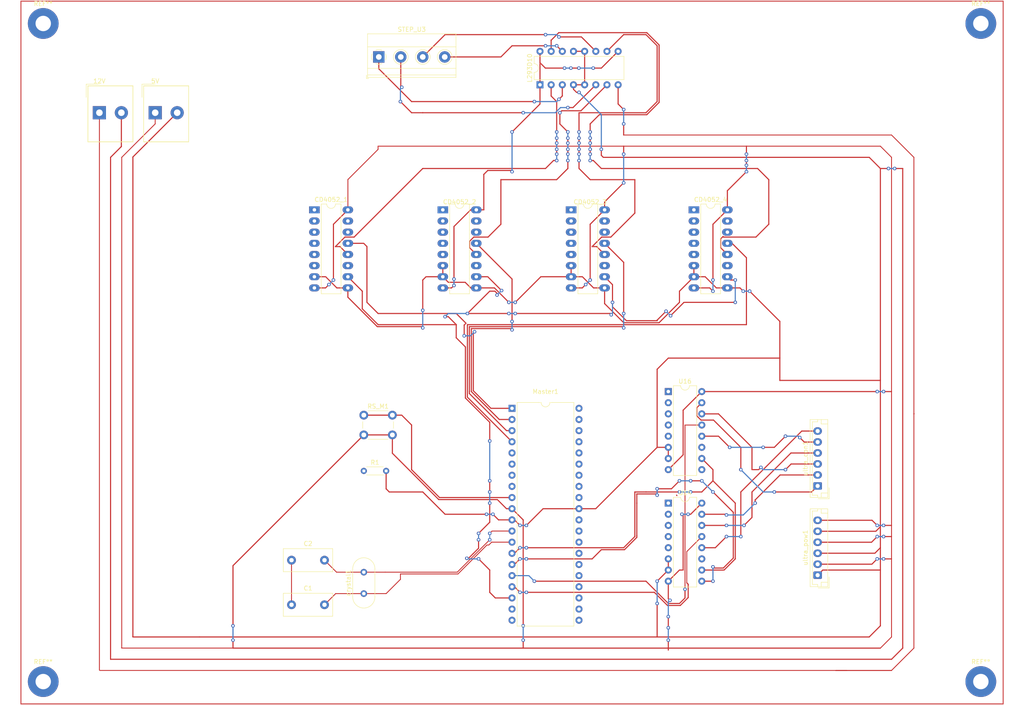
<source format=kicad_pcb>
(kicad_pcb (version 20211014) (generator pcbnew)
  (layers (0 "F.Cu" signal) (31 "B.Cu" signal) (34 "B.Paste" user) (35 "F.Paste" user) (36 "B.SilkS" user "B.Silkscreen") (37 "F.SilkS" user "F.Silkscreen") (38 "B.Mask" user) (39 "F.Mask" user) (44 "Edge.Cuts" user))
  (net 0 "")
  (net 1 "Step_IN4")
  (net 2 "GND")
  (net 3 "DEMUX_Stepper_S3")
  (net 4 "DEMUX_Stepper_S2")
  (net 5 "DEMUX_Stepper_S1")
  (net 6 "5VCC")
  (net 7 "Step_IN3")
  (net 8 "Step_IN2")
  (net 9 "Step_IN1")
  (net 10 "Net-(C1-Pad1)")
  (net 11 "xtal1_M")
  (net 12 "xtal2_M")
  (net 18 "Stepper_demux_selector")
  (net 20 "U3_in_1")
  (net 21 "STEP2_demux_IN1")
  (net 22 "cutROT_in_1")
  (net 30 "U3_in_2")
  (net 31 "STEP2_demux_IN2")
  (net 32 "cutROT_in_2")
  (net 40 "U3_in_3")
  (net 41 "STEP2_demux_IN3")
  (net 42 "cutROT_in_3")
  (net 50 "U3_in_4")
  (net 51 "STEP2_demux_IN4")
  (net 52 "cutROT_in_4")
  (net 54 "12VCC")
  (net 55 "key1")
  (net 56 "key2")
  (net 57 "key3")
  (net 58 "key4")
  (net 59 "key5")
  (net 60 "key6")
  (net 61 "key7")
  (net 62 "key8")
  (net 63 "U3_out1")
  (net 64 "U3_out2")
  (net 65 "U3_out3")
  (net 66 "U3_out4")
  (net 67 "MOSI")
  (net 68 "MISO")
  (net 69 "SCK")
  (net 70 "Reset_M")
  (net 71 "ultra_S1")
  (net 72 "ultra_S2")
  (net 73 "Ultra_mux_input")
  (net 74 "Ultra_demux_input")
  (net 75 "DEMUX_Servo_IN")
  (net 76 "DEMUX_Servo_S1")
  (net 77 "DEMUX_Servo_S2")
  (net 78 "BUZ")
  (net 79 "SS")
  (net 86 "U1_Tri")
  (net 87 "U2_Tri")
  (net 88 "U3_Tri")
  (net 95 "U1_Echo")
  (net 96 "U2_Echo")
  (net 97 "U3_Echo")
  (footprint "MountingHole:MountingHole_3.5mm_Pad" (layer "F.Cu") (at 15.239999 -297.62952)
    (fp_text reference "REF**")
    (fp_text value "MountingHole_3.5mm_Pad")
  )
  (footprint "Package_DIP:DIP-16_W7.62mm_LongPads" (layer "F.Cu") (at 106.1677 -255.192221)
    (fp_text reference "CD4052_2")
    (fp_text value "CD4052B")
  )
  (footprint "Package_DIP:DIP-16_W7.62mm" (layer "F.Cu") (at 128.279999 -283.66952 90)
    (fp_text reference "L293D10")
    (fp_text value "L293D")
  )
  (footprint "Package_DIP:DIP-16_W7.62mm" (layer "F.Cu") (at 157.479999 -213.80952)
    (fp_text reference "U16")
    (fp_text value "CD4052B")
  )
  (footprint "Package_DIP:DIP-40_W15.24mm" (layer "F.Cu") (at 121.914999 -209.99452)
    (fp_text reference "Master1")
    (fp_text value "ATmega32-16P")
  )
  (footprint "TerminalBlock_Phoenix:TerminalBlock_Phoenix_MKDS-1,5-4_1x04_P5.00mm_Horizontal" (layer "F.Cu") (at 91.599999 -290.00952)
    (fp_text reference "STEP_U3")
    (fp_text value "Screw_Terminal_01x04")
  )
  (footprint "TerminalBlock_Altech:Altech_AK300_1x02_P5.00mm_45-Degree" (layer "F.Cu") (at 28.019999 -277.30952)
    (fp_text reference "12V")
    (fp_text value "12V")
  )
  (footprint "Connector_JST:JST_EH_B6B-EH-A_1x06_P2.50mm_Vertical" (layer "F.Cu") (at 191.459999 -171.99952 90)
    (fp_text reference "ultra_pow1")
    (fp_text value "Conn_01x06_Female")
  )
  (footprint "Capacitor_THT:C_Disc_D11.0mm_W5.0mm_P7.50mm" (layer "F.Cu") (at 71.739999 -165.25952)
    (fp_text reference "C1")
    (fp_text value "22 uf")
  )
  (footprint "Package_DIP:DIP-16_W7.62mm_LongPads" (layer "F.Cu") (at 163.3027 -255.192221)
    (fp_text reference "CD4052_4")
    (fp_text value "CD4052B")
  )
  (footprint "MountingHole:MountingHole_3.5mm_Pad" (layer "F.Cu") (at 15.239999 -147.76952)
    (fp_text reference "REF**")
    (fp_text value "MountingHole_3.5mm_Pad")
  )
  (footprint "MountingHole:MountingHole_3.5mm_Pad" (layer "F.Cu") (at 228.599999 -297.62952)
    (fp_text reference "REF**")
    (fp_text value "MountingHole_3.5mm_Pad")
  )
  (footprint "Connector_JST:JST_EH_B6B-EH-A_1x06_P2.50mm_Vertical" (layer "F.Cu") (at 191.459999 -192.31952 90)
    (fp_text reference "ultra_con1")
    (fp_text value "Conn_01x06_Female")
  )
  (footprint "Button_Switch_THT:SW_PUSH_6mm_H7.3mm" (layer "F.Cu") (at 88.189999 -208.43952)
    (fp_text reference "RS_M1")
    (fp_text value "SW_Push")
  )
  (footprint "Resistor_THT:R_Axial_DIN0204_L3.6mm_D1.6mm_P5.08mm_Horizontal" (layer "F.Cu") (at 88.189999 -195.73952)
    (fp_text reference "R1")
    (fp_text value "1k")
  )
  (footprint "MountingHole:MountingHole_3.5mm_Pad" (layer "F.Cu") (at 228.599999 -147.76952)
    (fp_text reference "REF**")
    (fp_text value "MountingHole_3.5mm_Pad")
  )
  (footprint "TerminalBlock_Altech:Altech_AK300_1x02_P5.00mm_45-Degree" (layer "F.Cu") (at 40.719999 -277.30952)
    (fp_text reference "5V")
    (fp_text value "5V")
  )
  (footprint "Package_DIP:DIP-16_W7.62mm_LongPads" (layer "F.Cu") (at 135.3627 -255.192221)
    (fp_text reference "CD4052_3")
    (fp_text value "CD4052B")
  )
  (footprint "Package_DIP:DIP-16_W7.62mm_LongPads" (layer "F.Cu") (at 76.9427 -255.192221)
    (fp_text reference "CD4052_1")
    (fp_text value "CD4052B")
  )
  (footprint "Capacitor_THT:C_Disc_D11.0mm_W5.0mm_P7.50mm" (layer "F.Cu") (at 71.739999 -175.41952)
    (fp_text reference "C2")
    (fp_text value "22 uf")
  )
  (footprint "Crystal:Crystal_HC49-4H_Vertical" (layer "F.Cu") (at 88.189999 -167.79952 90)
    (fp_text reference "crystal1")
    (fp_text value "16Mhz")
  )
  (footprint "Package_DIP:DIP-16_W7.62mm" (layer "F.Cu") (at 157.479999 -188.40952)
    (fp_text reference "U14")
    (fp_text value "CD4052B")
  )
  (gr_line (start 10.159999 -142.68952) (end 233.679999 -142.68952) (layer "F.Cu") (width 0.2))
  (gr_line (start 233.679999 -142.68952) (end 233.679999 -302.70952) (layer "F.Cu") (width 0.2))
  (gr_line (start 233.679999 -302.70952) (end 10.159999 -302.70952) (layer "F.Cu") (width 0.2))
  (gr_line (start 10.159999 -302.70952) (end 10.159999 -142.68952) (layer "F.Cu") (width 0.2))
  (segment (start 205.739999 -216.34952) (end 205.739999 -264.60952) (width 0.25) (layer "F.Cu") (net 2))
  (segment (start 102.3427 -239.952221) (end 106.1677 -239.952221) (width 0.25) (layer "F.Cu") (net 2))
  (segment (start 182.854999 -221.45452) (end 182.854999 -229.79902) (width 0.25) (layer "F.Cu") (net 2))
  (segment (start 205.739999 -183.32952) (end 205.739999 -216.34952) (width 0.25) (layer "F.Cu") (net 2))
  (segment (start 165.8727 -239.952221) (end 168.4127 -237.412221) (width 0.25) (layer "F.Cu") (net 2))
  (segment (start 128.4672 -239.952221) (end 135.3627 -239.952221) (width 0.25) (layer "F.Cu") (net 2))
  (segment (start 205.739999 -183.029406) (end 204.710113 -181.99952) (width 0.25) (layer "F.Cu") (net 2))
  (segment (start 203.199999 -267.14952) (end 142.68952 -267.14952) (width 0.25) (layer "F.Cu") (net 2))
  (segment (start 142.9827 -233.836339) (end 147.319999 -229.49904) (width 0.25) (layer "F.Cu") (net 2))
  (segment (start 30.559999 -152.84952) (end 208.279999 -152.84952) (width 0.25) (layer "F.Cu") (net 2))
  (segment (start 135.899999 -291.28952) (end 138.439999 -291.28952) (width 0.25) (layer "F.Cu") (net 2))
  (segment (start 135.899999 -283.66952) (end 138.439999 -283.66952) (width 0.25) (layer "F.Cu") (net 2))
  (segment (start 174.535499 -236.66952) (end 173.792798 -237.412221) (width 0.25) (layer "F.Cu") (net 2))
  (segment (start 101.599999 -239.20952) (end 102.3427 -239.952221) (width 0.25) (layer "F.Cu") (net 2))
  (segment (start 93.979999 -190.94952) (end 101.599999 -190.94952) (width 0.25) (layer "F.Cu") (net 2))
  (segment (start 111.2477 -238.697221) (end 112.5327 -237.412221) (width 0.25) (layer "F.Cu") (net 2))
  (segment (start 121.914999 -184.59452) (end 122.470499 -184.59452) (width 0.25) (layer "F.Cu") (net 2))
  (segment (start 128.989499 -187.13452) (end 137.154999 -187.13452) (width 0.25) (layer "F.Cu") (net 2))
  (segment (start 182.854999 -216.34952) (end 182.854999 -221.45452) (width 0.25) (layer "F.Cu") (net 2))
  (segment (start 191.459999 -176.99952) (end 204.489999 -176.99952) (width 0.25) (layer "F.Cu") (net 2))
  (segment (start 208.279999 -152.84952) (end 210.819999 -155.38952) (width 0.25) (layer "F.Cu") (net 2))
  (segment (start 136.604905 -281.94) (end 137.16 -281.94) (width 0.25) (layer "F.Cu") (net 2))
  (segment (start 35.639999 -267.22952) (end 35.639999 -158.00952) (width 0.25) (layer "F.Cu") (net 2))
  (segment (start 135.3627 -239.952221) (end 137.9327 -239.952221) (width 0.25) (layer "F.Cu") (net 2))
  (segment (start 205.739999 -160.46952) (end 205.739999 -183.32952) (width 0.25) (layer "F.Cu") (net 2))
  (segment (start 168.4127 -237.412221) (end 170.9227 -237.412221) (width 0.25) (layer "F.Cu") (net 2))
  (segment (start 205.739999 -183.32952) (end 205.739999 -183.029406) (width 0.25) (layer "F.Cu") (net 2))
  (segment (start 155.389519 -229.49904) (end 160.019999 -234.12952) (width 0.25) (layer "F.Cu") (net 2))
  (segment (start 82.0527 -237.412221) (end 84.5627 -237.412221) (width 0.25) (layer "F.Cu") (net 2))
  (segment (start 154.939999 -157.92952) (end 203.199999 -157.92952) (width 0.25) (layer "F.Cu") (net 2))
  (segment (start 154.939999 -218.88952) (end 154.939999 -201.10952) (width 0.25) (layer "F.Cu") (net 2))
  (segment (start 140.4727 -237.412221) (end 142.9827 -237.412221) (width 0.25) (layer "F.Cu") (net 2))
  (segment (start 106.679999 -185.86952) (end 116.115499 -185.86952) (width 0.25) (layer "F.Cu") (net 2))
  (segment (start 33.019999 -277.30952) (end 33.019999 -269.60952) (width 0.25) (layer "F.Cu") (net 2))
  (segment (start 35.719999 -157.92952) (end 50.799999 -157.92952) (width 0.25) (layer "F.Cu") (net 2))
  (segment (start 122.470499 -184.59452) (end 123.735499 -183.32952) (width 0.25) (layer "F.Cu") (net 2))
  (segment (start 160.019999 -236.66952) (end 163.3027 -239.952221) (width 0.25) (layer "F.Cu") (net 2))
  (segment (start 135.899999 -282.644906) (end 136.604905 -281.94) (width 0.25) (layer "F.Cu") (net 2))
  (segment (start 142.24 -267.59904) (end 142.68952 -267.14952) (width 0.25) (layer "F.Cu") (net 2))
  (segment (start 191.459999 -171.99952) (end 192.629999 -173.16952) (width 0.25) (layer "F.Cu") (net 2))
  (segment (start 30.559999 -267.14952) (end 30.559999 -152.84952) (width 0.25) (layer "F.Cu") (net 2))
  (segment (start 33.019999 -269.60952) (end 30.559999 -267.14952) (width 0.25) (layer "F.Cu") (net 2))
  (segment (start 160.019999 -234.12952) (end 160.019999 -236.66952) (width 0.25) (layer "F.Cu") (net 2))
  (segment (start 142.24 -268.99002) (end 142.24 -267.59904) (width 0.25) (layer "F.Cu") (net 2))
  (segment (start 122.644499 -234.12952) (end 128.4672 -239.952221) (width 0.25) (layer "F.Cu") (net 2))
  (segment (start 182.854999 -216.34952) (end 205.739999 -216.34952) (width 0.25) (layer "F.Cu") (net 2))
  (segment (start 91.626197 -228.6) (end 101.325019 -228.6) (width 0.25) (layer "F.Cu") (net 2))
  (segment (start 173.792798 -237.412221) (end 170.9227 -237.412221) (width 0.25) (layer "F.Cu") (net 2))
  (segment (start 191.459999 -181.99952) (end 204.710113 -181.99952) (width 0.25) (layer "F.Cu") (net 2))
  (segment (start 117.564499 -185.86952) (end 118.839499 -184.59452) (width 0.25) (layer "F.Cu") (net 2))
  (segment (start 154.939999 -165.54952) (end 154.939999 -157.92952) (width 0.25) (layer "F.Cu") (net 2))
  (segment (start 182.854999 -221.45452) (end 182.829999 -221.42952) (width 0.25) (layer "F.Cu") (net 2))
  (segment (start 35.639999 -158.00952) (end 35.639999 -157.92952) (width 0.25) (layer "F.Cu") (net 2))
  (segment (start 93.269999 -195.73952) (end 93.269999 -191.65952) (width 0.25) (layer "F.Cu") (net 2))
  (segment (start 50.799999 -157.92952) (end 154.939999 -157.92952) (width 0.25) (layer "F.Cu") (net 2))
  (segment (start 210.819999 -264.60952) (end 208.979499 -264.60952) (width 0.25) (layer "F.Cu") (net 2))
  (segment (start 106.1677 -239.952221) (end 107.4227 -238.697221) (width 0.25) (layer "F.Cu") (net 2))
  (segment (start 203.199999 -157.92952) (end 205.739999 -160.46952) (width 0.25) (layer "F.Cu") (net 2))
  (segment (start 147.319999 -229.49904) (end 155.389519 -229.49904) (width 0.25) (layer "F.Cu") (net 2))
  (segment (start 140.964999 -187.13452) (end 154.939999 -201.10952) (width 0.25) (layer "F.Cu") (net 2))
  (segment (start 157.479999 -221.42952) (end 154.939999 -218.88952) (width 0.25) (layer "F.Cu") (net 2))
  (segment (start 163.3027 -242.492221) (end 163.3027 -239.952221) (width 0.25) (layer "F.Cu") (net 2))
  (segment (start 205.739999 -264.60952) (end 203.199999 -267.14952) (width 0.25) (layer "F.Cu") (net 2))
  (segment (start 35.639999 -158.00952) (end 35.719999 -157.92952) (width 0.25) (layer "F.Cu") (net 2))
  (segment (start 84.5627 -237.412221) (end 84.5627 -235.291102) (width 0.25) (layer "F.Cu") (net 2))
  (segment (start 138.439999 -291.28952) (end 138.439999 -283.66952) (width 0.25) (layer "F.Cu") (net 2))
  (segment (start 157.479999 -175.70952) (end 157.479999 -173.16952) (width 0.25) (layer "F.Cu") (net 2))
  (segment (start 157.479999 -201.10952) (end 157.479999 -198.56952) (width 0.25) (layer "F.Cu") (net 2))
  (segment (start 101.599999 -232.31402) (end 101.599999 -239.20952) (width 0.25) (layer "F.Cu") (net 2))
  (segment (start 91.253802 -228.6) (end 91.626197 -228.6) (width 0.25) (layer "F.Cu") (net 2))
  (segment (start 210.819999 -155.38952) (end 210.819999 -264.60952) (width 0.25) (layer "F.Cu") (net 2))
  (segment (start 157.479999 -173.16952) (end 154.939999 -170.62952) (width 0.25) (layer "F.Cu") (net 2))
  (segment (start 135.899999 -283.66952) (end 135.899999 -282.644906) (width 0.25) (layer "F.Cu") (net 2))
  (segment (start 93.269999 -191.65952) (end 93.979999 -190.94952) (width 0.25) (layer "F.Cu") (net 2))
  (segment (start 76.9427 -239.952221) (end 79.5127 -239.952221) (width 0.25) (layer "F.Cu") (net 2))
  (segment (start 163.3027 -239.952221) (end 165.8727 -239.952221) (width 0.25) (layer "F.Cu") (net 2))
  (segment (start 137.154999 -187.13452) (end 140.964999 -187.13452) (width 0.25) (layer "F.Cu") (net 2))
  (segment (start 107.4227 -238.697221) (end 111.2477 -238.697221) (width 0.25) (layer "F.Cu") (net 2))
  (segment (start 182.854999 -229.79902) (end 175.984499 -236.66952) (width 0.25) (layer "F.Cu") (net 2))
  (segment (start 101.325019 -228.6) (end 101.599999 -228.32502) (width 0.25) (layer "F.Cu") (net 2))
  (segment (start 45.719999 -277.30952) (end 35.639999 -267.22952) (width 0.25) (layer "F.Cu") (net 2))
  (segment (start 142.9827 -237.412221) (end 142.9827 -233.836339) (width 0.25) (layer "F.Cu") (net 2))
  (segment (start 106.1677 -242.492221) (end 106.1677 -239.952221) (width 0.25) (layer "F.Cu") (net 2))
  (segment (start 192.629999 -173.16952) (end 205.739999 -173.16952) (width 0.25) (layer "F.Cu") (net 2))
  (segment (start 182.829999 -221.42952) (end 157.479999 -221.42952) (width 0.25) (layer "F.Cu") (net 2))
  (segment (start 101.599999 -190.94952) (end 106.679999 -185.86952) (width 0.25) (layer "F.Cu") (net 2))
  (segment (start 112.5327 -237.412221) (end 113.7877 -237.412221) (width 0.25) (layer "F.Cu") (net 2))
  (segment (start 84.5627 -235.291102) (end 91.253802 -228.6) (width 0.25) (layer "F.Cu") (net 2))
  (segment (start 125.184499 -183.32952) (end 128.989499 -187.13452) (width 0.25) (layer "F.Cu") (net 2))
  (segment (start 135.3627 -242.492221) (end 135.3627 -239.952221) (width 0.25) (layer "F.Cu") (net 2))
  (segment (start 113.7877 -237.412221) (end 117.912798 -237.412221) (width 0.25) (layer "F.Cu") (net 2))
  (segment (start 117.912798 -237.412221) (end 121.195499 -234.12952) (width 0.25) (layer "F.Cu") (net 2))
  (segment (start 79.5127 -239.952221) (end 82.0527 -237.412221) (width 0.25) (layer "F.Cu") (net 2))
  (segment (start 137.9327 -239.952221) (end 140.4727 -237.412221) (width 0.25) (layer "F.Cu") (net 2))
  (segment (start 118.839499 -184.59452) (end 121.914999 -184.59452) (width 0.25) (layer "F.Cu") (net 2))
  (segment (start 207.580499 -264.60952) (end 205.739999 -264.60952) (width 0.25) (layer "F.Cu") (net 2))
  (segment (start 204.489999 -176.99952) (end 205.739999 -178.24952) (width 0.25) (layer "F.Cu") (net 2))
  (segment (start 154.939999 -201.10952) (end 157.479999 -201.10952) (width 0.25) (layer "F.Cu") (net 2))
  (via (at 137.16 -281.94) (size 0.8) (drill 0.4) (layers "F.Cu" "B.Cu") (net 2))
  (via (at 175.984499 -236.66952) (size 0.8) (drill 0.4) (layers "F.Cu" "B.Cu") (net 2))
  (via (at 208.979499 -264.60952) (size 0.8) (drill 0.4) (layers "F.Cu" "B.Cu") (net 2))
  (via (at 142.24 -268.99002) (size 0.8) (drill 0.4) (layers "F.Cu" "B.Cu") (net 2))
  (via (at 101.599999 -232.31402) (size 0.8) (drill 0.4) (layers "F.Cu" "B.Cu") (net 2))
  (via (at 101.599999 -228.32502) (size 0.8) (drill 0.4) (layers "F.Cu" "B.Cu") (net 2))
  (via (at 154.939999 -170.62952) (size 0.8) (drill 0.4) (layers "F.Cu" "B.Cu") (net 2))
  (via (at 106.1677 -242.492221) (size 0.8) (drill 0.4) (layers "F.Cu" "B.Cu") (net 2))
  (via (at 122.644499 -234.12952) (size 0.8) (drill 0.4) (layers "F.Cu" "B.Cu") (net 2))
  (via (at 123.735499 -183.32952) (size 0.8) (drill 0.4) (layers "F.Cu" "B.Cu") (net 2))
  (via (at 174.535499 -236.66952) (size 0.8) (drill 0.4) (layers "F.Cu" "B.Cu") (net 2))
  (via (at 207.580499 -264.60952) (size 0.8) (drill 0.4) (layers "F.Cu" "B.Cu") (net 2))
  (via (at 121.195499 -234.12952) (size 0.8) (drill 0.4) (layers "F.Cu" "B.Cu") (net 2))
  (via (at 117.564499 -185.86952) (size 0.8) (drill 0.4) (layers "F.Cu" "B.Cu") (net 2))
  (via (at 125.184499 -183.32952) (size 0.8) (drill 0.4) (layers "F.Cu" "B.Cu") (net 2))
  (via (at 154.939999 -165.54952) (size 0.8) (drill 0.4) (layers "F.Cu" "B.Cu") (net 2))
  (via (at 116.115499 -185.86952) (size 0.8) (drill 0.4) (layers "F.Cu" "B.Cu") (net 2))
  (segment (start 208.979499 -264.60952) (end 207.580499 -264.60952) (width 0.25) (layer "B.Cu") (net 2))
  (segment (start 175.984499 -236.66952) (end 174.535499 -236.66952) (width 0.25) (layer "B.Cu") (net 2))
  (segment (start 123.735499 -183.32952) (end 125.184499 -183.32952) (width 0.25) (layer "B.Cu") (net 2))
  (segment (start 137.16 -281.94) (end 142.24 -276.86) (width 0.25) (layer "B.Cu") (net 2))
  (segment (start 116.115499 -185.86952) (end 117.564499 -185.86952) (width 0.25) (layer "B.Cu") (net 2))
  (segment (start 121.195499 -234.12952) (end 122.644499 -234.12952) (width 0.25) (layer "B.Cu") (net 2))
  (segment (start 154.939999 -170.62952) (end 154.939999 -165.54952) (width 0.25) (layer "B.Cu") (net 2))
  (segment (start 142.24 -276.86) (end 142.24 -268.99002) (width 0.25) (layer "B.Cu") (net 2))
  (segment (start 101.599999 -228.32502) (end 101.599999 -232.31402) (width 0.25) (layer "B.Cu") (net 2))
  (segment (start 147.319999 -267.87402) (end 147.319999 -269.68952) (width 0.25) (layer "F.Cu") (net 6))
  (segment (start 76.9427 -237.412221) (end 79.4827 -237.412221) (width 0.25) (layer "F.Cu") (net 6))
  (segment (start 33.099999 -267.14952) (end 33.099999 -155.46952) (width 0.2) (layer "F.Cu") (net 6))
  (segment (start 167.639999 -236.66952) (end 166.897298 -237.412221) (width 0.25) (layer "F.Cu") (net 6))
  (segment (start 191.459999 -174.49952) (end 203.805499 -174.49952) (width 0.25) (layer "F.Cu") (net 6))
  (segment (start 142.239999 -287.46952) (end 146.059999 -291.28952) (width 0.25) (layer "F.Cu") (net 6))
  (segment (start 58.419999 -155.38952) (end 205.739999 -155.38952) (width 0.25) (layer "F.Cu") (net 6))
  (segment (start 175.259999 -267.87402) (end 175.259999 -269.68952) (width 0.25) (layer "F.Cu") (net 6))
  (segment (start 40.719999 -274.76952) (end 33.099999 -267.14952) (width 0.2) (layer "F.Cu") (net 6))
  (segment (start 135.309499 -287.46952) (end 137.124999 -287.46952) (width 0.25) (layer "F.Cu") (net 6))
  (segment (start 88.189999 -203.93952) (end 58.419999 -174.16952) (width 0.25) (layer "F.Cu") (net 6))
  (segment (start 94.689999 -199.763802) (end 105.24507 -189.208731) (width 0.25) (layer "F.Cu") (net 6))
  (segment (start 208.279999 -267.14952) (end 208.279999 -213.80952) (width 0.2) (layer "F.Cu") (net 6))
  (segment (start 121.645019 -264.16) (end 121.919999 -263.88502) (width 0.25) (layer "F.Cu") (net 6))
  (segment (start 165.099999 -213.80952) (end 205.015499 -213.80952) (width 0.25) (layer "F.Cu") (net 6))
  (segment (start 157.48 -157.20502) (end 157.48 -154.94) (width 0.25) (layer "F.Cu") (net 6))
  (segment (start 206.464499 -183.32952) (end 208.279999 -183.32952) (width 0.25) (layer "F.Cu") (net 6))
  (segment (start 206.464499 -175.70952) (end 208.279999 -175.70952) (width 0.25) (layer "F.Cu") (net 6))
  (segment (start 142.9827 -255.192221) (end 142.9827 -257.007721) (width 0.25) (layer "F.Cu") (net 6))
  (segment (start 118.580788 -189.208731) (end 120.654999 -187.13452) (width 0.25) (layer "F.Cu") (net 6))
  (segment (start 167.639999 -251.90952) (end 167.639999 -239.20952) (width 0.25) (layer "F.Cu") (net 6))
  (segment (start 175.259999 -265.33402) (end 175.259999 -266.42502) (width 0.25) (layer "F.Cu") (net 6))
  (segment (start 160.855479 -209.565) (end 160.855479 -199.405) (width 0.25) (layer "F.Cu") (net 6))
  (segment (start 33.179999 -155.38952) (end 58.419999 -155.38952) (width 0.2) (layer "F.Cu") (net 6))
  (segment (start 124.459999 -157.20502) (end 124.459999 -155.38952) (width 0.25) (layer "F.Cu") (net 6))
  (segment (start 108.7077 -251.397221) (end 112.5027 -255.192221) (width 0.25) (layer "F.Cu") (net 6))
  (segment (start 108.7077 -239.421721) (end 108.7077 -251.397221) (width 0.25) (layer "F.Cu") (net 6))
  (segment (start 165.099999 -188.40952) (end 162.559999 -185.86952) (width 0.25) (layer "F.Cu") (net 6))
  (segment (start 157.479999 -170.62952) (end 157.479999 -166.654658) (width 0.25) (layer "F.Cu") (net 6))
  (segment (start 135.3627 -237.412221) (end 137.9027 -237.412221) (width 0.25) (layer "F.Cu") (net 6))
  (segment (start 58.419999 -174.16952) (end 58.419999 -160.46952) (width 0.25) (layer "F.Cu") (net 6))
  (segment (start 115.49222 -255.192221) (end 115.49222 -263.261741) (width 0.25) (layer "F.Cu") (net 6))
  (segment (start 165.099999 -213.80952) (end 160.855479 -209.565) (width 0.25) (layer "F.Cu") (net 6))
  (segment (start 33.099999 -155.46952) (end 33.099999 -155.38952) (width 0.2) (layer "F.Cu") (net 6))
  (segment (start 33.099999 -155.46952) (end 33.179999 -155.38952) (width 0.2) (layer "F.Cu") (net 6))
  (segment (start 112.5027 -255.192221) (end 113.7877 -255.192221) (width 0.25) (layer "F.Cu") (net 6))
  (segment (start 139.699999 -251.90952) (end 142.9827 -255.192221) (width 0.25) (layer "F.Cu") (net 6))
  (segment (start 191.459999 -179.49952) (end 203.725499 -179.49952) (width 0.25) (layer "F.Cu") (net 6))
  (segment (start 128.279999 -291.28952) (end 128.279999 -288.69452) (width 0.25) (layer "F.Cu") (net 6))
  (segment (start 160.855479 -199.405) (end 157.479999 -196.02952) (width 0.25) (layer "F.Cu") (net 6))
  (segment (start 166.897298 -237.412221) (end 163.3027 -237.412221) (width 0.25) (layer "F.Cu") (net 6))
  (segment (start 124.459999 -184.58952) (end 124.459999 -160.46952) (width 0.25) (layer "F.Cu") (net 6))
  (segment (start 160.855479 -185.59454) (end 160.855479 -173.16952) (width 0.25) (layer "F.Cu") (net 6))
  (segment (start 205.739999 -269.68952) (end 208.279999 -267.14952) (width 0.2) (layer "F.Cu") (net 6))
  (segment (start 206.464499 -213.80952) (end 208.279999 -213.80952) (width 0.25) (layer "F.Cu") (net 6))
  (segment (start 120.654999 -187.13452) (end 121.914999 -187.13452) (width 0.25) (layer "F.Cu") (net 6))
  (segment (start 105.24507 -189.208731) (end 118.580788 -189.208731) (width 0.25) (layer "F.Cu") (net 6))
  (segment (start 157.479999 -166.654658) (end 157.860637 -166.27402) (width 0.25) (layer "F.Cu") (net 6))
  (segment (start 203.845499 -184.49952) (end 205.015499 -183.32952) (width 0.25) (layer "F.Cu") (net 6))
  (segment (start 79.4827 -237.412221) (end 80.255401 -238.184922) (width 0.25) (layer "F.Cu") (net 6))
  (segment (start 160.580499 -185.86952) (end 160.855479 -185.59454) (width 0.25) (layer "F.Cu") (net 6))
  (segment (start 113.7877 -255.192221) (end 115.49222 -255.192221) (width 0.25) (layer "F.Cu") (net 6))
  (segment (start 139.699999 -239.20952) (end 139.699999 -251.90952) (width 0.25) (layer "F.Cu") (net 6))
  (segment (start 128.279999 -288.69452) (end 129.504999 -287.46952) (width 0.25) (layer "F.Cu") (net 6))
  (segment (start 208.279999 -157.92952) (end 208.279999 -180.78952) (width 0.2) (layer "F.Cu") (net 6))
  (segment (start 208.279999 -180.78952) (end 208.279999 -213.80952) (width 0.2) (layer "F.Cu") (net 6))
  (segment (start 88.189999 -203.93952) (end 94.689999 -203.93952) (width 0.25) (layer "F.Cu") (net 6))
  (segment (start 40.719999 -277.30952) (end 40.719999 -274.76952) (width 0.2) (layer "F.Cu") (net 6))
  (segment (start 160.019999 -173.16952) (end 157.479999 -170.62952) (width 0.25) (layer "F.Cu") (net 6))
  (segment (start 206.464499 -180.78952) (end 208.279999 -180.78952) (width 0.25) (layer "F.Cu") (net 6))
  (segment (start 108.1472 -237.412221) (end 108.7077 -237.972721) (width 0.25) (layer "F.Cu") (net 6))
  (segment (start 142.9827 -257.007721) (end 147.319999 -261.34502) (width 0.25) (layer "F.Cu") (net 6))
  (segment (start 170.9227 -259.547721) (end 175.259999 -263.88502) (width 0.25) (layer "F.Cu") (net 6))
  (segment (start 170.9227 -255.192221) (end 167.639999 -251.90952) (width 0.25) (layer "F.Cu") (net 6))
  (segment (start 203.725499 -179.49952) (end 205.015499 -180.78952) (width 0.25) (layer "F.Cu") (net 6))
  (segment (start 205.739999 -155.38952) (end 208.279999 -157.92952) (width 0.2) (layer "F.Cu") (net 6))
  (segment (start 106.1677 -237.412221) (end 108.1472 -237.412221) (width 0.25) (layer "F.Cu") (net 6))
  (segment (start 191.459999 -184.49952) (end 203.845499 -184.49952) (width 0.25) (layer "F.Cu") (net 6))
  (segment (start 91.439999 -268.96502) (end 91.439999 -269.68952) (width 0.2) (layer "F.Cu") (net 6))
  (segment (start 84.5627 -255.192221) (end 84.5627 -262.087721) (width 0.2) (layer "F.Cu") (net 6))
  (segment (start 203.805499 -174.49952) (end 205.015499 -175.70952) (width 0.25) (layer "F.Cu") (net 6))
  (segment (start 128.279999 -288.69452) (end 128.279999 -283.66952) (width 0.25) (layer "F.Cu") (net 6))
  (segment (start 162.559999 -185.86952) (end 161.979499 -185.86952) (width 0.25) (layer "F.Cu") (net 6))
  (segment (start 91.439999 -269.68952) (end 205.739999 -269.68952) (width 0.2) (layer "F.Cu") (net 6))
  (segment (start 157.48 -162.56) (end 157.48 -160.02) (width 0.25) (layer "F.Cu") (net 6))
  (segment (start 137.9027 -237.412221) (end 138.675401 -238.184922) (width 0.25) (layer "F.Cu") (net 6))
  (segment (start 121.914999 -187.13452) (end 124.459999 -184.58952) (width 0.25) (layer "F.Cu") (net 6))
  (segment (start 160.855479 -173.16952) (end 160.019999 -173.16952) (width 0.25) (layer "F.Cu") (net 6))
  (segment (start 121.919999 -272.92902) (end 128.279999 -279.28902) (width 0.25) (layer "F.Cu") (net 6))
  (segment (start 81.279999 -239.20952) (end 81.279999 -251.90952) (width 0.25) (layer "F.Cu") (net 6))
  (segment (start 94.689999 -203.93952) (end 94.689999 -199.763802) (width 0.25) (layer "F.Cu") (net 6))
  (segment (start 115.49222 -263.261741) (end 116.390479 -264.16) (width 0.25) (layer "F.Cu") (net 6))
  (segment (start 128.279999 -279.28902) (end 128.279999 -283.66952) (width 0.25) (layer "F.Cu") (net 6))
  (segment (start 58.419999 -157.20502) (end 58.419999 -155.38952) (width 0.25) (layer "F.Cu") (net 6))
  (segment (start 116.390479 -264.16) (end 121.645019 -264.16) (width 0.25) (layer "F.Cu") (net 6))
  (segment (start 140.389499 -287.46952) (end 142.239999 -287.46952) (width 0.25) (layer "F.Cu") (net 6))
  (segment (start 84.5627 -262.087721) (end 91.439999 -268.96502) (width 0.2) (layer "F.Cu") (net 6))
  (segment (start 129.504999 -287.46952) (end 133.860499 -287.46952) (width 0.25) (layer "F.Cu") (net 6))
  (segment (start 81.279999 -251.90952) (end 84.5627 -255.192221) (width 0.25) (layer "F.Cu") (net 6))
  (segment (start 170.9227 -255.192221) (end 170.9227 -259.547721) (width 0.25) (layer "F.Cu") (net 6))
  (via (at 175.259999 -266.42502) (size 0.8) (drill 0.4) (layers "F.Cu" "B.Cu") (net 6))
  (via (at 108.7077 -237.972721) (size 0.8) (drill 0.4) (layers "F.Cu" "B.Cu") (net 6))
  (via (at 205.015499 -180.78952) (size 0.8) (drill 0.4) (layers "F.Cu" "B.Cu") (net 6))
  (via (at 124.459999 -157.20502) (size 0.8) (drill 0.4) (layers "F.Cu" "B.Cu") (net 6))
  (via (at 205.015499 -175.70952) (size 0.8) (drill 0.4) (layers "F.Cu" "B.Cu") (net 6))
  (via (at 157.48 -160.02) (size 0.8) (drill 0.4) (layers "F.Cu" "B.Cu") (net 6))
  (via (at 147.319999 -261.34502) (size 0.8) (drill 0.4) (layers "F.Cu" "B.Cu") (net 6))
  (via (at 205.015499 -213.80952) (size 0.8) (drill 0.4) (layers "F.Cu" "B.Cu") (net 6))
  (via (at 206.464499 -175.70952) (size 0.8) (drill 0.4) (layers "F.Cu" "B.Cu") (net 6))
  (via (at 206.464499 -183.32952) (size 0.8) (drill 0.4) (layers "F.Cu" "B.Cu") (net 6))
  (via (at 137.124999 -287.46952) (size 0.8) (drill 0.4) (layers "F.Cu" "B.Cu") (net 6))
  (via (at 58.419999 -157.20502) (size 0.8) (drill 0.4) (layers "F.Cu" "B.Cu") (net 6))
  (via (at 167.639999 -236.66952) (size 0.8) (drill 0.4) (layers "F.Cu" "B.Cu") (net 6))
  (via (at 175.259999 -263.88502) (size 0.8) (drill 0.4) (layers "F.Cu" "B.Cu") (net 6))
  (via (at 121.919999 -272.92902) (size 0.8) (drill 0.4) (layers "F.Cu" "B.Cu") (net 6))
  (via (at 140.389499 -287.46952) (size 0.8) (drill 0.4) (layers "F.Cu" "B.Cu") (net 6))
  (via (at 206.464499 -180.78952) (size 0.8) (drill 0.4) (layers "F.Cu" "B.Cu") (net 6))
  (via (at 175.259999 -267.87402) (size 0.8) (drill 0.4) (layers "F.Cu" "B.Cu") (net 6))
  (via (at 205.015499 -183.32952) (size 0.8) (drill 0.4) (layers "F.Cu" "B.Cu") (net 6))
  (via (at 81.279999 -239.20952) (size 0.8) (drill 0.4) (layers "F.Cu" "B.Cu") (net 6))
  (via (at 108.7077 -239.421721) (size 0.8) (drill 0.4) (layers "F.Cu" "B.Cu") (net 6))
  (via (at 206.464499 -213.80952) (size 0.8) (drill 0.4) (layers "F.Cu" "B.Cu") (net 6))
  (via (at 160.580499 -185.86952) (size 0.8) (drill 0.4) (layers "F.Cu" "B.Cu") (net 6))
  (via (at 139.699999 -239.20952) (size 0.8) (drill 0.4) (layers "F.Cu" "B.Cu") (net 6))
  (via (at 157.48 -157.20502) (size 0.8) (drill 0.4) (layers "F.Cu" "B.Cu") (net 6))
  (via (at 133.860499 -287.46952) (size 0.8) (drill 0.4) (layers "F.Cu" "B.Cu") (net 6))
  (via (at 124.459999 -160.46952) (size 0.8) (drill 0.4) (layers "F.Cu" "B.Cu") (net 6))
  (via (at 157.860637 -166.27402) (size 0.8) (drill 0.4) (layers "F.Cu" "B.Cu") (net 6))
  (via (at 175.259999 -265.33402) (size 0.8) (drill 0.4) (layers "F.Cu" "B.Cu") (net 6))
  (via (at 80.255401 -238.184922) (size 0.8) (drill 0.4) (layers "F.Cu" "B.Cu") (net 6))
  (via (at 147.319999 -267.87402) (size 0.8) (drill 0.4) (layers "F.Cu" "B.Cu") (net 6))
  (via (at 167.639999 -239.20952) (size 0.8) (drill 0.4) (layers "F.Cu" "B.Cu") (net 6))
  (via (at 135.309499 -287.46952) (size 0.8) (drill 0.4) (layers "F.Cu" "B.Cu") (net 6))
  (via (at 157.48 -162.56) (size 0.8) (drill 0.4) (layers "F.Cu" "B.Cu") (net 6))
  (via (at 161.979499 -185.86952) (size 0.8) (drill 0.4) (layers "F.Cu" "B.Cu") (net 6))
  (via (at 121.919999 -263.88502) (size 0.8) (drill 0.4) (layers "F.Cu" "B.Cu") (net 6))
  (via (at 138.675401 -238.184922) (size 0.8) (drill 0.4) (layers "F.Cu" "B.Cu") (net 6))
  (via (at 58.419999 -160.46952) (size 0.8) (drill 0.4) (layers "F.Cu" "B.Cu") (net 6))
  (segment (start 205.015499 -175.70952) (end 206.464499 -175.70952) (width 0.25) (layer "B.Cu") (net 6))
  (segment (start 157.48 -160.02) (end 157.48 -157.20502) (width 0.25) (layer "B.Cu") (net 6))
  (segment (start 124.459999 -160.46952) (end 124.459999 -157.20502) (width 0.25) (layer "B.Cu") (net 6))
  (segment (start 175.259999 -263.88502) (end 175.259999 -265.33402) (width 0.25) (layer "B.Cu") (net 6))
  (segment (start 167.639999 -239.20952) (end 167.639999 -236.66952) (width 0.25) (layer "B.Cu") (net 6))
  (segment (start 205.015499 -213.80952) (end 206.464499 -213.80952) (width 0.25) (layer "B.Cu") (net 6))
  (segment (start 80.255401 -238.184922) (end 81.279999 -239.20952) (width 0.25) (layer "B.Cu") (net 6))
  (segment (start 133.860499 -287.46952) (end 135.309499 -287.46952) (width 0.25) (layer "B.Cu") (net 6))
  (segment (start 108.7077 -237.972721) (end 108.7077 -239.421721) (width 0.25) (layer "B.Cu") (net 6))
  (segment (start 175.259999 -266.42502) (end 175.259999 -267.87402) (width 0.25) (layer "B.Cu") (net 6))
  (segment (start 137.124999 -287.46952) (end 140.389499 -287.46952) (width 0.25) (layer "B.Cu") (net 6))
  (segment (start 147.319999 -261.34502) (end 147.319999 -267.87402) (width 0.25) (layer "B.Cu") (net 6))
  (segment (start 121.919999 -263.88502) (end 121.919999 -272.92902) (width 0.25) (layer "B.Cu") (net 6))
  (segment (start 161.979499 -185.86952) (end 160.580499 -185.86952) (width 0.25) (layer "B.Cu") (net 6))
  (segment (start 138.675401 -238.184922) (end 139.699999 -239.20952) (width 0.25) (layer "B.Cu") (net 6))
  (segment (start 157.860637 -166.27402) (end 157.48 -165.893383) (width 0.25) (layer "B.Cu") (net 6))
  (segment (start 58.419999 -160.46952) (end 58.419999 -157.20502) (width 0.25) (layer "B.Cu") (net 6))
  (segment (start 157.48 -165.893383) (end 157.48 -162.56) (width 0.25) (layer "B.Cu") (net 6))
  (segment (start 205.015499 -183.32952) (end 206.464499 -183.32952) (width 0.25) (layer "B.Cu") (net 6))
  (segment (start 205.015499 -180.78952) (end 206.464499 -180.78952) (width 0.25) (layer "B.Cu") (net 6))
  (segment (start 71.739999 -175.41952) (end 71.739999 -165.25952) (width 0.2) (layer "F.Cu") (net 10))
  (segment (start 96.519999 -172.28) (end 109.619986 -172.280001) (width 0.2) (layer "F.Cu") (net 11))
  (segment (start 81.779999 -167.79952) (end 79.239999 -165.25952) (width 0.2) (layer "F.Cu") (net 11))
  (segment (start 117.278758 -179.51452) (end 121.914999 -179.51452) (width 0.2) (layer "F.Cu") (net 11))
  (segment (start 116.639005 -178.874767) (end 117.278758 -179.51452) (width 0.2) (layer "F.Cu") (net 11))
  (segment (start 93.269999 -167.79952) (end 96.519999 -171.04952) (width 0.2) (layer "F.Cu") (net 11))
  (segment (start 96.519999 -171.04952) (end 96.519999 -172.28) (width 0.2) (layer "F.Cu") (net 11))
  (segment (start 116.214752 -178.874767) (end 116.639005 -178.874767) (width 0.2) (layer "F.Cu") (net 11))
  (segment (start 88.189999 -167.79952) (end 81.779999 -167.79952) (width 0.2) (layer "F.Cu") (net 11))
  (segment (start 109.619986 -172.280001) (end 116.214752 -178.874767) (width 0.2) (layer "F.Cu") (net 11))
  (segment (start 88.189999 -167.79952) (end 93.269999 -167.79952) (width 0.2) (layer "F.Cu") (net 11))
  (segment (start 117.380499 -182.05452) (end 121.914999 -182.05452) (width 0.2) (layer "F.Cu") (net 12))
  (segment (start 93.069999 -172.67952) (end 109.454499 -172.67952) (width 0.2) (layer "F.Cu") (net 12))
  (segment (start 81.979999 -172.67952) (end 79.239999 -175.41952) (width 0.2) (layer "F.Cu") (net 12))
  (segment (start 88.189999 -172.67952) (end 93.069999 -172.67952) (width 0.2) (layer "F.Cu") (net 12))
  (segment (start 88.189999 -172.67952) (end 81.979999 -172.67952) (width 0.2) (layer "F.Cu") (net 12))
  (segment (start 116.839999 -181.51402) (end 117.380499 -182.05452) (width 0.2) (layer "F.Cu") (net 12))
  (segment (start 109.454499 -172.67952) (end 116.839999 -180.06502) (width 0.2) (layer "F.Cu") (net 12))
  (via (at 116.839999 -180.06502) (size 0.8) (drill 0.4) (layers "F.Cu" "B.Cu") (net 12))
  (via (at 116.839999 -181.51402) (size 0.8) (drill 0.4) (layers "F.Cu" "B.Cu") (net 12))
  (segment (start 116.839999 -180.06502) (end 116.839999 -181.51402) (width 0.2) (layer "B.Cu") (net 12))
  (segment (start 115.88214 -207.771661) (end 116.839999 -206.813802) (width 0.25) (layer "F.Cu") (net 18))
  (segment (start 122.644499 -231.58952) (end 144.204921 -231.58952) (width 0.25) (layer "F.Cu") (net 18))
  (segment (start 161.044597 -234.12952) (end 172.719999 -234.12952) (width 0.25) (layer "F.Cu") (net 18))
  (segment (start 147.936345 -229.94856) (end 154.939999 -229.94856) (width 0.25) (layer "F.Cu") (net 18))
  (segment (start 111.759999 -231.58952) (end 121.195499 -231.58952) (width 0.25) (layer "F.Cu") (net 18))
  (segment (start 144.779999 -234.12952) (end 144.779999 -238.154922) (width 0.25) (layer "F.Cu") (net 18))
  (segment (start 118.019781 -236.66952) (end 118.50545 -236.183851) (width 0.25) (layer "F.Cu") (net 18))
  (segment (start 87.845401 -236.66952) (end 87.845401 -232.644118) (width 0.25) (layer "F.Cu") (net 18))
  (segment (start 109.219999 -226.06) (end 111.310479 -223.96952) (width 0.25) (layer "F.Cu") (net 18))
  (segment (start 157.992298 -231.077221) (end 161.044597 -234.12952) (width 0.25) (layer "F.Cu") (net 18))
  (segment (start 109.219999 -229.04952) (end 109.219999 -226.06) (width 0.25) (layer "F.Cu") (net 18))
  (segment (start 116.839999 -184.05402) (end 114.299999 -181.51402) (width 0.25) (layer "F.Cu") (net 18))
  (segment (start 114.299999 -178.125382) (end 113.092068 -176.917451) (width 0.25) (layer "F.Cu") (net 18))
  (segment (start 154.939999 -229.94856) (end 154.939999 -230.074118) (width 0.25) (layer "F.Cu") (net 18))
  (segment (start 114.299999 -175.70952) (end 116.839999 -173.16952) (width 0.25) (layer "F.Cu") (net 18))
  (segment (start 116.839999 -193.48952) (end 116.839999 -190.94952) (width 0.25) (layer "F.Cu") (net 18))
  (segment (start 118.114999 -166.81452) (end 121.914999 -166.81452) (width 0.25) (layer "F.Cu") (net 18))
  (segment (start 144.779999 -238.154922) (end 142.9827 -239.952221) (width 0.25) (layer "F.Cu") (net 18))
  (segment (start 87.845401 -232.644118) (end 91.439999 -229.04952) (width 0.25) (layer "F.Cu") (net 18))
  (segment (start 116.839999 -168.08952) (end 118.114999 -166.81452) (width 0.25) (layer "F.Cu") (net 18))
  (segment (start 111.759999 -231.58952) (end 116.839999 -236.66952) (width 0.25) (layer "F.Cu") (net 18))
  (segment (start 144.779999 -234.12952) (end 144.779999 -233.104906) (width 0.25) (layer "F.Cu") (net 18))
  (segment (start 109.219999 -229.04952) (end 107.404499 -230.86502) (width 0.25) (layer "F.Cu") (net 18))
  (segment (start 84.5627 -239.952221) (end 87.845401 -236.66952) (width 0.25) (layer "F.Cu") (net 18))
  (segment (start 91.439999 -229.04952) (end 109.219999 -229.04952) (width 0.25) (layer "F.Cu") (net 18))
  (segment (start 144.204921 -231.58952) (end 144.49246 -231.301981) (width 0.25) (layer "F.Cu") (net 18))
  (segment (start 111.310479 -223.96952) (end 111.310479 -212.343323) (width 0.25) (layer "F.Cu") (net 18))
  (segment (start 144.779999 -233.104906) (end 147.936345 -229.94856) (width 0.25) (layer "F.Cu") (net 18))
  (segment (start 154.939999 -230.074118) (end 156.9677 -232.101819) (width 0.25) (layer "F.Cu") (net 18))
  (segment (start 172.719999 -239.20952) (end 171.665401 -239.20952) (width 0.25) (layer "F.Cu") (net 18))
  (segment (start 111.310479 -212.343323) (end 115.88214 -207.771661) (width 0.25) (layer "F.Cu") (net 18))
  (segment (start 113.092068 -176.917451) (end 112.016509 -175.841892) (width 0.25) (layer "F.Cu") (net 18))
  (segment (start 171.665401 -239.20952) (end 170.9227 -239.952221) (width 0.25) (layer "F.Cu") (net 18))
  (segment (start 116.839999 -173.16952) (end 116.839999 -168.08952) (width 0.25) (layer "F.Cu") (net 18))
  (segment (start 116.839999 -188.40952) (end 116.839999 -184.05402) (width 0.25) (layer "F.Cu") (net 18))
  (segment (start 119.530048 -236.819569) (end 116.397396 -239.952221) (width 0.25) (layer "F.Cu") (net 18))
  (segment (start 116.839999 -206.813802) (end 116.839999 -202.55852) (width 0.25) (layer "F.Cu") (net 18))
  (segment (start 118.50545 -236.183851) (end 118.50545 -235.794971) (width 0.25) (layer "F.Cu") (net 18))
  (segment (start 114.299999 -180.06502) (end 114.299999 -178.125382) (width 0.25) (layer "F.Cu") (net 18))
  (segment (start 112.016509 -175.841892) (end 111.627627 -175.841892) (width 0.25) (layer "F.Cu") (net 18))
  (segment (start 107.404499 -230.86502) (end 106.679999 -230.86502) (width 0.25) (layer "F.Cu") (net 18))
  (segment (start 116.839999 -236.66952) (end 118.019781 -236.66952) (width 0.25) (layer "F.Cu") (net 18))
  (segment (start 116.397396 -239.952221) (end 113.7877 -239.952221) (width 0.25) (layer "F.Cu") (net 18))
  (via (at 116.839999 -193.48952) (size 0.8) (drill 0.4) (layers "F.Cu" "B.Cu") (net 18))
  (via (at 111.759999 -231.58952) (size 0.8) (drill 0.4) (layers "F.Cu" "B.Cu") (net 18))
  (via (at 118.50545 -235.794971) (size 0.8) (drill 0.4) (layers "F.Cu" "B.Cu") (net 18))
  (via (at 122.644499 -231.58952) (size 0.8) (drill 0.4) (layers "F.Cu" "B.Cu") (net 18))
  (via (at 116.839999 -190.94952) (size 0.8) (drill 0.4) (layers "F.Cu" "B.Cu") (net 18))
  (via (at 156.9677 -232.101819) (size 0.8) (drill 0.4) (layers "F.Cu" "B.Cu") (net 18))
  (via (at 114.299999 -180.06502) (size 0.8) (drill 0.4) (layers "F.Cu" "B.Cu") (net 18))
  (via (at 114.299999 -181.51402) (size 0.8) (drill 0.4) (layers "F.Cu" "B.Cu") (net 18))
  (via (at 111.627627 -175.841892) (size 0.8) (drill 0.4) (layers "F.Cu" "B.Cu") (net 18))
  (via (at 106.679999 -230.86502) (size 0.8) (drill 0.4) (layers "F.Cu" "B.Cu") (net 18))
  (via (at 116.839999 -188.40952) (size 0.8) (drill 0.4) (layers "F.Cu" "B.Cu") (net 18))
  (via (at 116.839999 -202.55852) (size 0.8) (drill 0.4) (layers "F.Cu" "B.Cu") (net 18))
  (via (at 172.719999 -239.20952) (size 0.8) (drill 0.4) (layers "F.Cu" "B.Cu") (net 18))
  (via (at 144.779999 -234.12952) (size 0.8) (drill 0.4) (layers "F.Cu" "B.Cu") (net 18))
  (via (at 114.299999 -175.70952) (size 0.8) (drill 0.4) (layers "F.Cu" "B.Cu") (net 18))
  (via (at 172.719999 -234.12952) (size 0.8) (drill 0.4) (layers "F.Cu" "B.Cu") (net 18))
  (via (at 157.992298 -231.077221) (size 0.8) (drill 0.4) (layers "F.Cu" "B.Cu") (net 18))
  (via (at 144.49246 -231.301981) (size 0.8) (drill 0.4) (layers "F.Cu" "B.Cu") (net 18))
  (via (at 119.530048 -236.819569) (size 0.8) (drill 0.4) (layers "F.Cu" "B.Cu") (net 18))
  (via (at 121.195499 -231.58952) (size 0.8) (drill 0.4) (layers "F.Cu" "B.Cu") (net 18))
  (segment (start 106.679999 -230.86502) (end 107.404499 -231.58952) (width 0.25) (layer "B.Cu") (net 18))
  (segment (start 121.195499 -231.58952) (end 122.644499 -231.58952) (width 0.25) (layer "B.Cu") (net 18))
  (segment (start 116.839999 -190.94952) (end 116.839999 -188.40952) (width 0.25) (layer "B.Cu") (net 18))
  (segment (start 118.50545 -235.794971) (end 119.530048 -236.819569) (width 0.25) (layer "B.Cu") (net 18))
  (segment (start 114.299999 -181.51402) (end 114.299999 -180.06502) (width 0.25) (layer "B.Cu") (net 18))
  (segment (start 111.627627 -175.841892) (end 111.759999 -175.70952) (width 0.25) (layer "B.Cu") (net 18))
  (segment (start 107.404499 -231.58952) (end 111.759999 -231.58952) (width 0.25) (layer "B.Cu") (net 18))
  (segment (start 111.759999 -175.70952) (end 114.299999 -175.70952) (width 0.25) (layer "B.Cu") (net 18))
  (segment (start 172.719999 -234.12952) (end 172.719999 -239.20952) (width 0.25) (layer "B.Cu") (net 18))
  (segment (start 116.839999 -202.55852) (end 116.839999 -193.48952) (width 0.25) (layer "B.Cu") (net 18))
  (segment (start 144.49246 -231.301981) (end 144.779999 -231.58952) (width 0.25) (layer "B.Cu") (net 18))
  (segment (start 156.9677 -232.101819) (end 157.992298 -231.077221) (width 0.25) (layer "B.Cu") (net 18))
  (segment (start 144.779999 -231.58952) (end 144.779999 -234.12952) (width 0.25) (layer "B.Cu") (net 18))
  (segment (start 101.599999 -264.60952) (end 129.539999 -264.60952) (width 0.25) (layer "F.Cu") (net 20))
  (segment (start 85.97818 -248.987701) (end 86.359999 -249.36952) (width 0.25) (layer "F.Cu") (net 20))
  (segment (start 132.079999 -267.87402) (end 132.079999 -268.99002) (width 0.25) (layer "F.Cu") (net 20))
  (segment (start 84.5627 -245.032221) (end 82.765401 -246.82952) (width 0.25) (layer "F.Cu") (net 20))
  (segment (start 129.539999 -264.60952) (end 131.355499 -266.42502) (width 0.25) (layer "F.Cu") (net 20))
  (segment (start 86.359999 -249.36952) (end 101.599999 -264.60952) (width 0.25) (layer "F.Cu") (net 20))
  (segment (start 81.729519 -246.82952) (end 83.8877 -248.987701) (width 0.25) (layer "F.Cu") (net 20))
  (segment (start 131.355499 -266.42502) (end 132.079999 -266.42502) (width 0.25) (layer "F.Cu") (net 20))
  (segment (start 132.079999 -272.92902) (end 132.079999 -279.84952) (width 0.25) (layer "F.Cu") (net 20))
  (segment (start 132.079999 -270.38902) (end 132.079999 -271.53002) (width 0.25) (layer "F.Cu") (net 20))
  (segment (start 132.079999 -279.84952) (end 130.819999 -281.10952) (width 0.25) (layer "F.Cu") (net 20))
  (segment (start 82.765401 -246.82952) (end 81.729519 -246.82952) (width 0.25) (layer "F.Cu") (net 20))
  (segment (start 83.8877 -248.987701) (end 85.97818 -248.987701) (width 0.25) (layer "F.Cu") (net 20))
  (segment (start 130.819999 -281.10952) (end 130.819999 -283.66952) (width 0.25) (layer "F.Cu") (net 20))
  (via (at 132.079999 -267.87402) (size 0.8) (drill 0.4) (layers "F.Cu" "B.Cu") (net 20))
  (via (at 132.079999 -268.99002) (size 0.8) (drill 0.4) (layers "F.Cu" "B.Cu") (net 20))
  (via (at 132.079999 -266.42502) (size 0.8) (drill 0.4) (layers "F.Cu" "B.Cu") (net 20))
  (via (at 132.079999 -271.53002) (size 0.8) (drill 0.4) (layers "F.Cu" "B.Cu") (net 20))
  (via (at 132.079999 -272.92902) (size 0.8) (drill 0.4) (layers "F.Cu" "B.Cu") (net 20))
  (via (at 132.079999 -270.38902) (size 0.8) (drill 0.4) (layers "F.Cu" "B.Cu") (net 20))
  (segment (start 132.079999 -271.53002) (end 132.079999 -272.92902) (width 0.25) (layer "B.Cu") (net 20))
  (segment (start 132.079999 -268.99002) (end 132.079999 -270.38902) (width 0.25) (layer "B.Cu") (net 20))
  (segment (start 132.079999 -266.42502) (end 132.079999 -267.87402) (width 0.25) (layer "B.Cu") (net 20))
  (segment (start 113.108559 -213.995718) (end 113.108559 -227.151) (width 0.25) (layer "F.Cu") (net 21))
  (segment (start 91.439999 -231.58952) (end 88.899999 -234.12952) (width 0.25) (layer "F.Cu") (net 21))
  (segment (start 88.157298 -247.572221) (end 84.5627 -247.572221) (width 0.25) (layer "F.Cu") (net 21))
  (segment (start 109.22 -231.58952) (end 91.439999 -231.58952) (width 0.25) (layer "F.Cu") (net 21))
  (segment (start 111.442141 -229.367379) (end 109.22 -231.58952) (width 0.25) (layer "F.Cu") (net 21))
  (segment (start 111.035499 -226.50952) (end 111.035499 -228.960737) (width 0.25) (layer "F.Cu") (net 21))
  (segment (start 113.108559 -227.151) (end 113.383539 -227.42598) (width 0.25) (layer "F.Cu") (net 21))
  (segment (start 117.109757 -209.99452) (end 113.108559 -213.995718) (width 0.25) (layer "F.Cu") (net 21))
  (segment (start 121.914999 -209.99452) (end 117.109757 -209.99452) (width 0.25) (layer "F.Cu") (net 21))
  (segment (start 88.899999 -246.82952) (end 88.157298 -247.572221) (width 0.25) (layer "F.Cu") (net 21))
  (segment (start 88.899999 -234.12952) (end 88.899999 -246.82952) (width 0.25) (layer "F.Cu") (net 21))
  (segment (start 111.035499 -228.960737) (end 111.442141 -229.367379) (width 0.25) (layer "F.Cu") (net 21))
  (via (at 113.383539 -227.42598) (size 0.8) (drill 0.4) (layers "F.Cu" "B.Cu") (net 21))
  (via (at 111.035499 -226.50952) (size 0.8) (drill 0.4) (layers "F.Cu" "B.Cu") (net 21))
  (segment (start 113.383539 -227.42598) (end 112.467079 -226.50952) (width 0.25) (layer "B.Cu") (net 21))
  (segment (start 112.467079 -226.50952) (end 111.035499 -226.50952) (width 0.25) (layer "B.Cu") (net 21))
  (segment (start 112.26318 -248.038012) (end 113.212869 -248.987701) (width 0.25) (layer "F.Cu") (net 30))
  (segment (start 134.619999 -264.60952) (end 134.619999 -266.42502) (width 0.25) (layer "F.Cu") (net 30))
  (segment (start 113.212869 -248.987701) (end 116.45818 -248.987701) (width 0.25) (layer "F.Cu") (net 30))
  (segment (start 133.254019 -277.75904) (end 132.804499 -277.30952) (width 0.25) (layer "F.Cu") (net 30))
  (segment (start 132.804499 -277.30952) (end 132.804499 -274.74452) (width 0.25) (layer "F.Cu") (net 30))
  (segment (start 116.839999 -249.36952) (end 119.379999 -251.90952) (width 0.25) (layer "F.Cu") (net 30))
  (segment (start 119.379999 -251.90952) (end 119.379999 -262.06952) (width 0.25) (layer "F.Cu") (net 30))
  (segment (start 137.609519 -277.75904) (end 133.254019 -277.75904) (width 0.25) (layer "F.Cu") (net 30))
  (segment (start 132.079999 -262.06952) (end 134.619999 -264.60952) (width 0.25) (layer "F.Cu") (net 30))
  (segment (start 134.619999 -267.87402) (end 134.619999 -268.99002) (width 0.25) (layer "F.Cu") (net 30))
  (segment (start 112.26318 -246.556741) (end 112.26318 -248.038012) (width 0.25) (layer "F.Cu") (net 30))
  (segment (start 134.619999 -270.38902) (end 134.619999 -271.53002) (width 0.25) (layer "F.Cu") (net 30))
  (segment (start 132.804499 -274.74452) (end 134.619999 -272.92902) (width 0.25) (layer "F.Cu") (net 30))
  (segment (start 113.7877 -245.032221) (end 112.26318 -246.556741) (width 0.25) (layer "F.Cu") (net 30))
  (segment (start 143.519999 -283.66952) (end 137.609519 -277.75904) (width 0.25) (layer "F.Cu") (net 30))
  (segment (start 116.45818 -248.987701) (end 116.839999 -249.36952) (width 0.25) (layer "F.Cu") (net 30))
  (segment (start 119.379999 -262.06952) (end 132.079999 -262.06952) (width 0.25) (layer "F.Cu") (net 30))
  (via (at 134.619999 -270.38902) (size 0.8) (drill 0.4) (layers "F.Cu" "B.Cu") (net 30))
  (via (at 134.619999 -271.53002) (size 0.8) (drill 0.4) (layers "F.Cu" "B.Cu") (net 30))
  (via (at 134.619999 -272.92902) (size 0.8) (drill 0.4) (layers "F.Cu" "B.Cu") (net 30))
  (via (at 134.619999 -267.87402) (size 0.8) (drill 0.4) (layers "F.Cu" "B.Cu") (net 30))
  (via (at 134.619999 -266.42502) (size 0.8) (drill 0.4) (layers "F.Cu" "B.Cu") (net 30))
  (via (at 134.619999 -268.99002) (size 0.8) (drill 0.4) (layers "F.Cu" "B.Cu") (net 30))
  (via (at 132.804499 -277.30952) (size 0.8) (drill 0.4) (layers "F.Cu" "B.Cu") (net 30))
  (segment (start 134.619999 -268.99002) (end 134.619999 -270.38902) (width 0.25) (layer "B.Cu") (net 30))
  (segment (start 134.619999 -266.42502) (end 134.619999 -267.87402) (width 0.25) (layer "B.Cu") (net 30))
  (segment (start 134.619999 -271.53002) (end 134.619999 -272.92902) (width 0.25) (layer "B.Cu") (net 30))
  (segment (start 112.659039 -228.15048) (end 121.645019 -228.15048) (width 0.25) (layer "F.Cu") (net 31))
  (segment (start 121.919999 -229.77402) (end 121.919999 -239.439922) (width 0.25) (layer "F.Cu") (net 31))
  (segment (start 121.645019 -228.15048) (end 121.919999 -227.8755) (width 0.25) (layer "F.Cu") (net 31))
  (segment (start 112.659039 -213.80952) (end 112.659039 -228.15048) (width 0.25) (layer "F.Cu") (net 31))
  (segment (start 121.914999 -207.45452) (end 119.014039 -207.45452) (width 0.25) (layer "F.Cu") (net 31))
  (segment (start 119.014039 -207.45452) (end 112.659039 -213.80952) (width 0.25) (layer "F.Cu") (net 31))
  (segment (start 121.919999 -239.439922) (end 113.7877 -247.572221) (width 0.25) (layer "F.Cu") (net 31))
  (via (at 121.919999 -229.77402) (size 0.8) (drill 0.4) (layers "F.Cu" "B.Cu") (net 31))
  (via (at 121.919999 -227.8755) (size 0.8) (drill 0.4) (layers "F.Cu" "B.Cu") (net 31))
  (segment (start 121.919999 -227.8755) (end 121.919999 -229.77402) (width 0.25) (layer "B.Cu") (net 31))
  (segment (start 154.939999 -292.54952) (end 152.399999 -295.08952) (width 0.25) (layer "F.Cu") (net 40))
  (segment (start 137.159999 -264.60952) (end 137.159999 -266.42502) (width 0.25) (layer "F.Cu") (net 40))
  (segment (start 142.3077 -248.987701) (end 144.39818 -248.987701) (width 0.25) (layer "F.Cu") (net 40))
  (segment (start 144.39818 -248.987701) (end 144.779999 -249.36952) (width 0.25) (layer "F.Cu") (net 40))
  (segment (start 152.399999 -277.30952) (end 154.939999 -279.84952) (width 0.25) (layer "F.Cu") (net 40))
  (segment (start 149.859999 -254.44952) (end 149.859999 -262.06952) (width 0.25) (layer "F.Cu") (net 40))
  (segment (start 147.319999 -295.08952) (end 143.519999 -291.28952) (width 0.25) (layer "F.Cu") (net 40))
  (segment (start 142.9827 -245.032221) (end 141.185401 -246.82952) (width 0.25) (layer "F.Cu") (net 40))
  (segment (start 137.159999 -277.30952) (end 152.399999 -277.30952) (width 0.25) (layer "F.Cu") (net 40))
  (segment (start 144.779999 -249.36952) (end 149.859999 -254.44952) (width 0.25) (layer "F.Cu") (net 40))
  (segment (start 137.159999 -267.87402) (end 137.159999 -268.99002) (width 0.25) (layer "F.Cu") (net 40))
  (segment (start 137.159999 -270.38902) (end 137.159999 -271.53002) (width 0.25) (layer "F.Cu") (net 40))
  (segment (start 149.859999 -262.06952) (end 139.699999 -262.06952) (width 0.25) (layer "F.Cu") (net 40))
  (segment (start 139.699999 -262.06952) (end 137.159999 -264.60952) (width 0.25) (layer "F.Cu") (net 40))
  (segment (start 137.159999 -272.92902) (end 137.159999 -277.30952) (width 0.25) (layer "F.Cu") (net 40))
  (segment (start 140.149519 -246.82952) (end 142.3077 -248.987701) (width 0.25) (layer "F.Cu") (net 40))
  (segment (start 141.185401 -246.82952) (end 140.149519 -246.82952) (width 0.25) (layer "F.Cu") (net 40))
  (segment (start 154.939999 -279.84952) (end 154.939999 -292.54952) (width 0.25) (layer "F.Cu") (net 40))
  (segment (start 152.399999 -295.08952) (end 147.319999 -295.08952) (width 0.25) (layer "F.Cu") (net 40))
  (via (at 137.159999 -272.92902) (size 0.8) (drill 0.4) (layers "F.Cu" "B.Cu") (net 40))
  (via (at 137.159999 -270.38902) (size 0.8) (drill 0.4) (layers "F.Cu" "B.Cu") (net 40))
  (via (at 137.159999 -268.99002) (size 0.8) (drill 0.4) (layers "F.Cu" "B.Cu") (net 40))
  (via (at 137.159999 -266.42502) (size 0.8) (drill 0.4) (layers "F.Cu" "B.Cu") (net 40))
  (via (at 137.159999 -267.87402) (size 0.8) (drill 0.4) (layers "F.Cu" "B.Cu") (net 40))
  (via (at 137.159999 -271.53002) (size 0.8) (drill 0.4) (layers "F.Cu" "B.Cu") (net 40))
  (segment (start 137.159999 -266.42502) (end 137.159999 -267.87402) (width 0.25) (layer "B.Cu") (net 40))
  (segment (start 137.159999 -268.99002) (end 137.159999 -270.38902) (width 0.25) (layer "B.Cu") (net 40))
  (segment (start 137.159999 -271.53002) (end 137.159999 -272.92902) (width 0.25) (layer "B.Cu") (net 40))
  (segment (start 147.319999 -243.234922) (end 142.9827 -247.572221) (width 0.25) (layer "F.Cu") (net 41))
  (segment (start 121.914999 -204.91452) (end 120.654999 -204.91452) (width 0.25) (layer "F.Cu") (net 41))
  (segment (start 120.654999 -204.91452) (end 119.379999 -206.18952) (width 0.25) (layer "F.Cu") (net 41))
  (segment (start 147.045019 -228.6) (end 147.319999 -228.32502) (width 0.25) (layer "F.Cu") (net 41))
  (segment (start 119.379999 -206.18952) (end 112.209519 -213.36) (width 0.25) (layer "F.Cu") (net 41))
  (segment (start 147.319999 -231.58952) (end 147.319999 -243.234922) (width 0.25) (layer "F.Cu") (net 41))
  (segment (start 112.209519 -213.80952) (end 112.209519 -226.50952) (width 0.25) (layer "F.Cu") (net 41))
  (segment (start 112.209519 -228.6) (end 147.045019 -228.6) (width 0.25) (layer "F.Cu") (net 41))
  (segment (start 112.209519 -213.36) (end 112.209519 -213.80952) (width 0.25) (layer "F.Cu") (net 41))
  (segment (start 112.209519 -226.50952) (end 112.209519 -228.6) (width 0.25) (layer "F.Cu") (net 41))
  (via (at 147.319999 -231.58952) (size 0.8) (drill 0.4) (layers "F.Cu" "B.Cu") (net 41))
  (via (at 147.319999 -228.32502) (size 0.8) (drill 0.4) (layers "F.Cu" "B.Cu") (net 41))
  (segment (start 147.319999 -228.32502) (end 147.319999 -231.58952) (width 0.25) (layer "B.Cu") (net 41))
  (segment (start 139.699999 -270.38902) (end 139.699999 -271.53002) (width 0.25) (layer "F.Cu") (net 50))
  (segment (start 155.389519 -279.663323) (end 155.389519 -292.735717) (width 0.25) (layer "F.Cu") (net 50))
  (segment (start 152.586196 -295.53904) (end 132.549519 -295.53904) (width 0.25) (layer "F.Cu") (net 50))
  (segment (start 152.586196 -276.86) (end 155.389519 -279.663323) (width 0.25) (layer "F.Cu") (net 50))
  (segment (start 130.819999 -293.86452) (end 130.819999 -293.80952) (width 0.25) (layer "F.Cu") (net 50))
  (segment (start 180.339999 -251.90952) (end 180.339999 -262.06952) (width 0.25) (layer "F.Cu") (net 50))
  (segment (start 132.549519 -295.53904) (end 130.819999 -293.80952) (width 0.25) (layer "F.Cu") (net 50))
  (segment (start 141.790479 -276.86) (end 152.586196 -276.86) (width 0.25) (layer "F.Cu") (net 50))
  (segment (start 170.9227 -245.032221) (end 169.39818 -246.556741) (width 0.25) (layer "F.Cu") (net 50))
  (segment (start 169.927544 -249.117066) (end 170.056909 -248.987701) (width 0.25) (layer "F.Cu") (net 50))
  (segment (start 177.799999 -264.60952) (end 142.239999 -264.60952) (width 0.25) (layer "F.Cu") (net 50))
  (segment (start 169.39818 -248.587702) (end 169.927544 -249.117066) (width 0.25) (layer "F.Cu") (net 50))
  (segment (start 169.39818 -246.556741) (end 169.39818 -248.587702) (width 0.25) (layer "F.Cu") (net 50))
  (segment (start 155.389519 -292.735717) (end 152.586196 -295.53904) (width 0.25) (layer "F.Cu") (net 50))
  (segment (start 139.699999 -272.92902) (end 139.699999 -274.76952) (width 0.25) (layer "F.Cu") (net 50))
  (segment (start 139.699999 -267.87402) (end 139.699999 -268.99002) (width 0.25) (layer "F.Cu") (net 50))
  (segment (start 177.41818 -248.987701) (end 177.799999 -249.36952) (width 0.25) (layer "F.Cu") (net 50))
  (segment (start 140.424499 -266.42502) (end 139.699999 -266.42502) (width 0.25) (layer "F.Cu") (net 50))
  (segment (start 142.239999 -264.60952) (end 140.424499 -266.42502) (width 0.25) (layer "F.Cu") (net 50))
  (segment (start 177.799999 -249.36952) (end 180.339999 -251.90952) (width 0.25) (layer "F.Cu") (net 50))
  (segment (start 180.339999 -262.06952) (end 177.799999 -264.60952) (width 0.25) (layer "F.Cu") (net 50))
  (segment (start 170.056909 -248.987701) (end 177.41818 -248.987701) (width 0.25) (layer "F.Cu") (net 50))
  (segment (start 139.699999 -274.76952) (end 141.790479 -276.86) (width 0.25) (layer "F.Cu") (net 50))
  (segment (start 170.9227 -245.032221) (end 170.9227 -245.58191) (width 0.25) (layer "F.Cu") (net 50))
  (segment (start 130.819999 -293.80952) (end 130.819999 -291.28952) (width 0.25) (layer "F.Cu") (net 50))
  (via (at 139.699999 -267.87402) (size 0.8) (drill 0.4) (layers "F.Cu" "B.Cu") (net 50))
  (via (at 139.699999 -268.99002) (size 0.8) (drill 0.4) (layers "F.Cu" "B.Cu") (net 50))
  (via (at 139.699999 -270.38902) (size 0.8) (drill 0.4) (layers "F.Cu" "B.Cu") (net 50))
  (via (at 139.699999 -266.42502) (size 0.8) (drill 0.4) (layers "F.Cu" "B.Cu") (net 50))
  (via (at 139.699999 -272.92902) (size 0.8) (drill 0.4) (layers "F.Cu" "B.Cu") (net 50))
  (via (at 139.699999 -271.53002) (size 0.8) (drill 0.4) (layers "F.Cu" "B.Cu") (net 50))
  (segment (start 139.699999 -268.99002) (end 139.699999 -270.38902) (width 0.25) (layer "B.Cu") (net 50))
  (segment (start 139.699999 -266.42502) (end 139.699999 -267.87402) (width 0.25) (layer "B.Cu") (net 50))
  (segment (start 139.699999 -271.53002) (end 139.699999 -272.92902) (width 0.25) (layer "B.Cu") (net 50))
  (segment (start 111.759999 -212.52952) (end 111.759999 -229.04952) (width 0.25) (layer "F.Cu") (net 51))
  (segment (start 111.759999 -229.04952) (end 175.259999 -229.04952) (width 0.25) (layer "F.Cu") (net 51))
  (segment (start 171.977298 -247.572221) (end 170.9227 -247.572221) (width 0.25) (layer "F.Cu") (net 51))
  (segment (start 121.914999 -202.37452) (end 111.759999 -212.52952) (width 0.25) (layer "F.Cu") (net 51))
  (segment (start 175.259999 -244.28952) (end 171.977298 -247.572221) (width 0.25) (layer "F.Cu") (net 51))
  (segment (start 175.259999 -229.04952) (end 175.259999 -244.28952) (width 0.25) (layer "F.Cu") (net 51))
  (segment (start 146.059999 -283.66952) (end 146.059999 -279.29402) (width 0.25) (layer "F.Cu") (net 54))
  (segment (start 195.579999 -150.30952) (end 208.279999 -150.30952) (width 0.2) (layer "F.Cu") (net 54))
  (segment (start 208.279999 -272.22952) (end 147.319999 -272.22952) (width 0.2) (layer "F.Cu") (net 54))
  (segment (start 208.279999 -150.30952) (end 213.359999 -155.38952) (width 0.2) (layer "F.Cu") (net 54))
  (segment (start 213.399999 -208.76952) (end 213.359999 -208.72952) (width 0.25) (layer "F.Cu") (net 54))
  (segment (start 213.359999 -267.14952) (end 208.279999 -272.22952) (width 0.2) (layer "F.Cu") (net 54))
  (segment (start 28.019999 -277.30952) (end 28.019999 -150.38952) (width 0.2) (layer "F.Cu") (net 54))
  (segment (start 147.319999 -274.76952) (end 147.319999 -272.22952) (width 0.25) (layer "F.Cu") (net 54))
  (segment (start 213.359999 -155.38952) (end 213.359999 -267.14952) (width 0.2) (layer "F.Cu") (net 54))
  (segment (start 146.059999 -279.29402) (end 147.319999 -278.03402) (width 0.25) (layer "F.Cu") (net 54))
  (segment (start 28.099999 -150.30952) (end 208.279999 -150.30952) (width 0.2) (layer "F.Cu") (net 54))
  (segment (start 195.579999 -150.30952) (end 198.119999 -150.30952) (width 0.2) (layer "F.Cu") (net 54))
  (via (at 147.319999 -278.03402) (size 0.8) (drill 0.4) (layers "F.Cu" "B.Cu") (net 54))
  (via (at 147.319999 -274.76952) (size 0.8) (drill 0.4) (layers "F.Cu" "B.Cu") (net 54))
  (segment (start 147.319999 -278.03402) (end 147.319999 -274.76952) (width 0.25) (layer "B.Cu") (net 54))
  (segment (start 91.599999 -287.30952) (end 91.599999 -290.00952) (width 0.25) (layer "F.Cu") (net 63))
  (segment (start 133.359999 -281.12952) (end 132.592298 -280.361819) (width 0.25) (layer "F.Cu") (net 63))
  (segment (start 99.059999 -279.84952) (end 91.599999 -287.30952) (width 0.25) (layer "F.Cu") (net 63))
  (segment (start 133.359999 -283.66952) (end 133.359999 -281.12952) (width 0.25) (layer "F.Cu") (net 63))
  (segment (start 126.999999 -279.84952) (end 99.059999 -279.84952) (width 0.25) (layer "F.Cu") (net 63))
  (via (at 126.999999 -279.84952) (size 0.8) (drill 0.4) (layers "F.Cu" "B.Cu") (net 63))
  (via (at 132.592298 -280.361819) (size 0.8) (drill 0.4) (layers "F.Cu" "B.Cu") (net 63))
  (segment (start 132.592298 -280.361819) (end 132.079999 -279.84952) (width 0.25) (layer "B.Cu") (net 63))
  (segment (start 132.079999 -279.84952) (end 126.999999 -279.84952) (width 0.25) (layer "B.Cu") (net 63))
  (segment (start 140.979999 -283.66952) (end 135.794019 -278.48354) (width 0.25) (layer "F.Cu") (net 64))
  (segment (start 96.599999 -283.334118) (end 96.599999 -290.00952) (width 0.25) (layer "F.Cu") (net 64))
  (segment (start 124.459999 -277.30952) (end 101.599999 -277.30952) (width 0.25) (layer "F.Cu") (net 64))
  (segment (start 96.832298 -283.101819) (end 96.599999 -283.334118) (width 0.25) (layer "F.Cu") (net 64))
  (segment (start 135.794019 -278.48354) (end 134.619999 -278.48354) (width 0.25) (layer "F.Cu") (net 64))
  (segment (start 99.059999 -277.30952) (end 96.519999 -279.84952) (width 0.25) (layer "F.Cu") (net 64))
  (segment (start 101.599999 -277.30952) (end 99.059999 -277.30952) (width 0.25) (layer "F.Cu") (net 64))
  (via (at 96.519999 -279.84952) (size 0.8) (drill 0.4) (layers "F.Cu" "B.Cu") (net 64))
  (via (at 96.832298 -283.101819) (size 0.8) (drill 0.4) (layers "F.Cu" "B.Cu") (net 64))
  (via (at 124.459999 -277.30952) (size 0.8) (drill 0.4) (layers "F.Cu" "B.Cu") (net 64))
  (via (at 134.619999 -278.48354) (size 0.8) (drill 0.4) (layers "F.Cu" "B.Cu") (net 64))
  (segment (start 134.619999 -278.48354) (end 132.953905 -278.48354) (width 0.25) (layer "B.Cu") (net 64))
  (segment (start 96.519999 -279.84952) (end 96.519999 -282.78952) (width 0.25) (layer "B.Cu") (net 64))
  (segment (start 131.779885 -277.30952) (end 124.459999 -277.30952) (width 0.25) (layer "B.Cu") (net 64))
  (segment (start 132.953905 -278.48354) (end 131.779885 -277.30952) (width 0.25) (layer "B.Cu") (net 64))
  (segment (start 96.519999 -282.78952) (end 96.832298 -283.101819) (width 0.25) (layer "B.Cu") (net 64))
  (segment (start 140.979999 -291.28952) (end 137.702298 -294.567221) (width 0.25) (layer "F.Cu") (net 65))
  (segment (start 129.539999 -295.08952) (end 106.679999 -295.08952) (width 0.25) (layer "F.Cu") (net 65))
  (segment (start 106.679999 -295.08952) (end 101.599999 -290.00952) (width 0.25) (layer "F.Cu") (net 65))
  (segment (start 137.702298 -294.567221) (end 132.602298 -294.567221) (width 0.25) (layer "F.Cu") (net 65))
  (via (at 132.602298 -294.567221) (size 0.8) (drill 0.4) (layers "F.Cu" "B.Cu") (net 65))
  (via (at 129.539999 -295.08952) (size 0.8) (drill 0.4) (layers "F.Cu" "B.Cu") (net 65))
  (segment (start 132.602298 -294.567221) (end 132.079999 -295.08952) (width 0.25) (layer "B.Cu") (net 65))
  (segment (start 132.079999 -295.08952) (end 129.539999 -295.08952) (width 0.25) (layer "B.Cu") (net 65))
  (segment (start 121.919999 -292.54952) (end 119.379999 -290.00952) (width 0.25) (layer "F.Cu") (net 66))
  (segment (start 119.379999 -290.00952) (end 106.599999 -290.00952) (width 0.25) (layer "F.Cu") (net 66))
  (segment (start 133.359999 -291.28952) (end 133.339999 -291.28952) (width 0.25) (layer "F.Cu") (net 66))
  (segment (start 133.339999 -291.28952) (end 132.079999 -292.54952) (width 0.25) (layer "F.Cu") (net 66))
  (segment (start 129.539999 -292.54952) (end 121.919999 -292.54952) (width 0.25) (layer "F.Cu") (net 66))
  (via (at 129.539999 -292.54952) (size 0.8) (drill 0.4) (layers "F.Cu" "B.Cu") (net 66))
  (via (at 132.079999 -292.54952) (size 0.8) (drill 0.4) (layers "F.Cu" "B.Cu") (net 66))
  (segment (start 132.079999 -292.54952) (end 129.539999 -292.54952) (width 0.25) (layer "B.Cu") (net 66))
  (segment (start 121.914999 -189.67452) (end 105.414999 -189.67452) (width 0.25) (layer "F.Cu") (net 70))
  (segment (start 99.059999 -196.02952) (end 99.059999 -206.18952) (width 0.25) (layer "F.Cu") (net 70))
  (segment (start 105.414999 -189.67452) (end 99.059999 -196.02952) (width 0.25) (layer "F.Cu") (net 70))
  (segment (start 96.809999 -208.43952) (end 94.689999 -208.43952) (width 0.25) (layer "F.Cu") (net 70))
  (segment (start 99.059999 -206.18952) (end 96.809999 -208.43952) (width 0.25) (layer "F.Cu") (net 70))
  (segment (start 88.189999 -208.43952) (end 94.689999 -208.43952) (width 0.25) (layer "F.Cu") (net 70))
  (segment (start 147.319999 -178.24952) (end 149.859999 -180.78952) (width 0.25) (layer "F.Cu") (net 71))
  (segment (start 167.639999 -196.02952) (end 165.099999 -198.56952) (width 0.25) (layer "F.Cu") (net 71))
  (segment (start 125.184499 -178.24952) (end 147.319999 -178.24952) (width 0.25) (layer "F.Cu") (net 71))
  (segment (start 170.179999 -173.16952) (end 165.099999 -173.16952) (width 0.25) (layer "F.Cu") (net 71))
  (segment (start 149.859999 -180.78952) (end 149.859999 -190.94952) (width 0.25) (layer "F.Cu") (net 71))
  (segment (start 149.859999 -190.94952) (end 152.399999 -190.94952) (width 0.25) (layer "F.Cu") (net 71))
  (segment (start 165.099999 -190.94952) (end 167.639999 -193.48952) (width 0.25) (layer "F.Cu") (net 71))
  (segment (start 122.460499 -176.97452) (end 123.735499 -178.24952) (width 0.25) (layer "F.Cu") (net 71))
  (segment (start 167.639999 -193.48952) (end 167.639999 -196.02952) (width 0.25) (layer "F.Cu") (net 71))
  (segment (start 172.719999 -188.40952) (end 172.719999 -175.70952) (width 0.25) (layer "F.Cu") (net 71))
  (segment (start 152.399999 -190.94952) (end 160.019999 -190.94952) (width 0.25) (layer "F.Cu") (net 71))
  (segment (start 172.719999 -175.70952) (end 170.179999 -173.16952) (width 0.25) (layer "F.Cu") (net 71))
  (segment (start 162.559999 -190.94952) (end 165.099999 -190.94952) (width 0.25) (layer "F.Cu") (net 71))
  (segment (start 121.914999 -176.97452) (end 122.460499 -176.97452) (width 0.25) (layer "F.Cu") (net 71))
  (segment (start 167.639999 -193.48952) (end 172.719999 -188.40952) (width 0.25) (layer "F.Cu") (net 71))
  (via (at 125.184499 -178.24952) (size 0.8) (drill 0.4) (layers "F.Cu" "B.Cu") (net 71))
  (via (at 160.019999 -190.94952) (size 0.8) (drill 0.4) (layers "F.Cu" "B.Cu") (net 71))
  (via (at 123.735499 -178.24952) (size 0.8) (drill 0.4) (layers "F.Cu" "B.Cu") (net 71))
  (via (at 162.559999 -190.94952) (size 0.8) (drill 0.4) (layers "F.Cu" "B.Cu") (net 71))
  (segment (start 160.019999 -190.94952) (end 162.559999 -190.94952) (width 0.25) (layer "B.Cu") (net 71))
  (segment (start 123.735499 -178.24952) (end 125.184499 -178.24952) (width 0.25) (layer "B.Cu") (net 71))
  (segment (start 150.309519 -180.975718) (end 150.309519 -188.40952) (width 0.25) (layer "F.Cu") (net 72))
  (segment (start 167.639999 -173.61904) (end 167.639999 -173.89402) (width 0.25) (layer "F.Cu") (net 72))
  (segment (start 140.149519 -175.70952) (end 142.239999 -177.8) (width 0.25) (layer "F.Cu") (net 72))
  (segment (start 171.13214 -174.757379) (end 169.993801 -173.61904) (width 0.25) (layer "F.Cu") (net 72))
  (segment (start 172.270479 -186.31904) (end 172.270479 -175.895718) (width 0.25) (layer "F.Cu") (net 72))
  (segment (start 122.460499 -174.43452) (end 123.735499 -175.70952) (width 0.25) (layer "F.Cu") (net 72))
  (segment (start 162.559999 -193.48952) (end 165.099999 -193.48952) (width 0.25) (layer "F.Cu") (net 72))
  (segment (start 158.204499 -191.67402) (end 160.019999 -193.48952) (width 0.25) (layer "F.Cu") (net 72))
  (segment (start 172.270479 -175.895718) (end 171.13214 -174.757379) (width 0.25) (layer "F.Cu") (net 72))
  (segment (start 150.309519 -190.5) (end 154.665019 -190.5) (width 0.25) (layer "F.Cu") (net 72))
  (segment (start 167.639999 -190.94952) (end 172.270479 -186.31904) (width 0.25) (layer "F.Cu") (net 72))
  (segment (start 121.914999 -174.43452) (end 122.460499 -174.43452) (width 0.25) (layer "F.Cu") (net 72))
  (segment (start 142.239999 -177.8) (end 147.506196 -177.8) (width 0.25) (layer "F.Cu") (net 72))
  (segment (start 159.351355 -190.225009) (end 159.44293 -190.133434) (width 0.25) (layer "F.Cu") (net 72))
  (segment (start 169.993801 -173.61904) (end 167.639999 -173.61904) (width 0.25) (layer "F.Cu") (net 72))
  (segment (start 150.309519 -180.603323) (end 150.309519 -180.975718) (width 0.25) (layer "F.Cu") (net 72))
  (segment (start 150.309519 -188.40952) (end 150.309519 -190.5) (width 0.25) (layer "F.Cu") (net 72))
  (segment (start 147.506196 -177.8) (end 150.309519 -180.603323) (width 0.25) (layer "F.Cu") (net 72))
  (segment (start 125.184499 -175.70952) (end 140.149519 -175.70952) (width 0.25) (layer "F.Cu") (net 72))
  (segment (start 167.639999 -170.62952) (end 165.099999 -170.62952) (width 0.25) (layer "F.Cu") (net 72))
  (segment (start 154.665019 -190.5) (end 154.939999 -190.22502) (width 0.25) (layer "F.Cu") (net 72))
  (segment (start 154.939999 -191.67402) (end 158.204499 -191.67402) (width 0.25) (layer "F.Cu") (net 72))
  (via (at 162.559999 -193.48952) (size 0.8) (drill 0.4) (layers "F.Cu" "B.Cu") (net 72))
  (via (at 125.184499 -175.70952) (size 0.8) (drill 0.4) (layers "F.Cu" "B.Cu") (net 72))
  (via (at 160.019999 -193.48952) (size 0.8) (drill 0.4) (layers "F.Cu" "B.Cu") (net 72))
  (via (at 167.639999 -190.94952) (size 0.8) (drill 0.4) (layers "F.Cu" "B.Cu") (net 72))
  (via (at 167.639999 -173.89402) (size 0.8) (drill 0.4) (layers "F.Cu" "B.Cu") (net 72))
  (via (at 123.735499 -175.70952) (size 0.8) (drill 0.4) (layers "F.Cu" "B.Cu") (net 72))
  (via (at 154.939999 -191.67402) (size 0.8) (drill 0.4) (layers "F.Cu" "B.Cu") (net 72))
  (via (at 167.639999 -170.62952) (size 0.8) (drill 0.4) (layers "F.Cu" "B.Cu") (net 72))
  (via (at 165.099999 -193.48952) (size 0.8) (drill 0.4) (layers "F.Cu" "B.Cu") (net 72))
  (via (at 154.939999 -190.22502) (size 0.8) (drill 0.4) (layers "F.Cu" "B.Cu") (net 72))
  (segment (start 167.639999 -173.89402) (end 167.639999 -170.62952) (width 0.25) (layer "B.Cu") (net 72))
  (segment (start 160.019999 -193.48952) (end 162.559999 -193.48952) (width 0.25) (layer "B.Cu") (net 72))
  (segment (start 165.099999 -193.48952) (end 167.639999 -190.94952) (width 0.25) (layer "B.Cu") (net 72))
  (segment (start 154.939999 -190.22502) (end 154.939999 -191.67402) (width 0.25) (layer "B.Cu") (net 72))
  (segment (start 123.735499 -175.70952) (end 125.184499 -175.70952) (width 0.25) (layer "B.Cu") (net 72))
  (segment (start 160.019999 -165.54952) (end 161.279999 -166.80952) (width 0.25) (layer "F.Cu") (net 73))
  (segment (start 165.099999 -206.18952) (end 161.279999 -206.18952) (width 0.2) (layer "F.Cu") (net 73))
  (segment (start 161.279999 -206.18952) (end 161.279999 -168.78902) (width 0.2) (layer "F.Cu") (net 73))
  (segment (start 126.999999 -170.62952) (end 152.399999 -170.62952) (width 0.25) (layer "F.Cu") (net 73))
  (segment (start 161.279999 -166.80952) (end 161.279999 -168.78902) (width 0.25) (layer "F.Cu") (net 73))
  (segment (start 157.479999 -165.54952) (end 160.019999 -165.54952) (width 0.25) (layer "F.Cu") (net 73))
  (segment (start 152.399999 -170.62952) (end 157.479999 -165.54952) (width 0.25) (layer "F.Cu") (net 73))
  (via (at 161.279999 -168.78902) (size 0.8) (drill 0.4) (layers "F.Cu" "B.Cu") (net 73))
  (via (at 126.999999 -170.62952) (size 0.8) (drill 0.4) (layers "F.Cu" "B.Cu") (net 73))
  (segment (start 121.914999 -171.89452) (end 125.734999 -171.89452) (width 0.25) (layer "B.Cu") (net 73))
  (segment (start 125.734999 -171.89452) (end 126.999999 -170.62952) (width 0.25) (layer "B.Cu") (net 73))
  (segment (start 121.914999 -169.35452) (end 122.470499 -169.35452) (width 0.25) (layer "F.Cu") (net 74))
  (segment (start 161.679519 -170.23) (end 161.679519 -177.36904) (width 0.2) (layer "F.Cu") (net 74))
  (segment (start 125.184499 -168.08952) (end 154.304281 -168.08952) (width 0.25) (layer "F.Cu") (net 74))
  (segment (start 162.00451 -166.898313) (end 162.00451 -169.930009) (width 0.25) (layer "F.Cu") (net 74))
  (segment (start 154.304281 -168.08952) (end 157.293802 -165.1) (width 0.25) (layer "F.Cu") (net 74))
  (segment (start 157.293802 -165.1) (end 160.206197 -165.1) (width 0.25) (layer "F.Cu") (net 74))
  (segment (start 122.470499 -169.35452) (end 123.735499 -168.08952) (width 0.25) (layer "F.Cu") (net 74))
  (segment (start 162.00451 -169.930009) (end 161.704519 -170.23) (width 0.25) (layer "F.Cu") (net 74))
  (segment (start 160.206197 -165.1) (end 162.00451 -166.898313) (width 0.25) (layer "F.Cu") (net 74))
  (segment (start 161.679519 -177.36904) (end 165.099999 -180.78952) (width 0.2) (layer "F.Cu") (net 74))
  (via (at 125.184499 -168.08952) (size 0.8) (drill 0.4) (layers "F.Cu" "B.Cu") (net 74))
  (via (at 123.735499 -168.08952) (size 0.8) (drill 0.4) (layers "F.Cu" "B.Cu") (net 74))
  (segment (start 123.735499 -168.08952) (end 125.184499 -168.08952) (width 0.25) (layer "B.Cu") (net 74))
  (segment (start 170.715499 -180.78952) (end 168.175499 -178.24952) (width 0.25) (layer "F.Cu") (net 86))
  (segment (start 191.459999 -204.81952) (end 187.849999 -204.81952) (width 0.25) (layer "F.Cu") (net 86))
  (segment (start 168.175499 -178.24952) (end 165.099999 -178.24952) (width 0.25) (layer "F.Cu") (net 86))
  (segment (start 184.139999 -201.10952) (end 173.979999 -190.94952) (width 0.25) (layer "F.Cu") (net 86))
  (segment (start 187.849999 -204.81952) (end 184.139999 -201.10952) (width 0.25) (layer "F.Cu") (net 86))
  (segment (start 173.979999 -190.94952) (end 173.979999 -180.78952) (width 0.25) (layer "F.Cu") (net 86))
  (via (at 170.715499 -180.78952) (size 0.8) (drill 0.4) (layers "F.Cu" "B.Cu") (net 86))
  (via (at 173.979999 -180.78952) (size 0.8) (drill 0.4) (layers "F.Cu" "B.Cu") (net 86))
  (segment (start 173.979999 -180.78952) (end 170.715499 -180.78952) (width 0.25) (layer "B.Cu") (net 86))
  (segment (start 176.519999 -185.14502) (end 174.704499 -183.32952) (width 0.25) (layer "F.Cu") (net 87))
  (segment (start 185.389999 -199.81952) (end 176.519999 -190.94952) (width 0.25) (layer "F.Cu") (net 87))
  (segment (start 170.715499 -183.32952) (end 165.099999 -183.32952) (width 0.25) (layer "F.Cu") (net 87))
  (segment (start 191.459999 -199.81952) (end 185.389999 -199.81952) (width 0.25) (layer "F.Cu") (net 87))
  (segment (start 176.519999 -190.94952) (end 176.519999 -185.14502) (width 0.25) (layer "F.Cu") (net 87))
  (via (at 170.715499 -183.32952) (size 0.8) (drill 0.4) (layers "F.Cu" "B.Cu") (net 87))
  (via (at 174.704499 -183.32952) (size 0.8) (drill 0.4) (layers "F.Cu" "B.Cu") (net 87))
  (segment (start 174.704499 -183.32952) (end 170.715499 -183.32952) (width 0.25) (layer "B.Cu") (net 87))
  (segment (start 179.059999 -190.94952) (end 177.244499 -189.13402) (width 0.25) (layer "F.Cu") (net 88))
  (segment (start 177.244499 -189.13402) (end 177.244499 -188.40952) (width 0.25) (layer "F.Cu") (net 88))
  (segment (start 170.555143 -185.86952) (end 165.099999 -185.86952) (width 0.25) (layer "F.Cu") (net 88))
  (segment (start 182.929999 -194.81952) (end 179.059999 -190.94952) (width 0.25) (layer "F.Cu") (net 88))
  (segment (start 191.459999 -194.81952) (end 182.929999 -194.81952) (width 0.25) (layer "F.Cu") (net 88))
  (segment (start 170.715499 -185.709164) (end 170.555143 -185.86952) (width 0.25) (layer "F.Cu") (net 88))
  (via (at 170.715499 -185.709164) (size 0.8) (drill 0.4) (layers "F.Cu" "B.Cu") (net 88))
  (via (at 177.244499 -188.40952) (size 0.8) (drill 0.4) (layers "F.Cu" "B.Cu") (net 88))
  (segment (start 177.244499 -188.40952) (end 174.544143 -185.709164) (width 0.25) (layer "B.Cu") (net 88))
  (segment (start 174.544143 -185.709164) (end 170.715499 -185.709164) (width 0.25) (layer "B.Cu") (net 88))
  (segment (start 179.059999 -201.10952) (end 181.599999 -201.10952) (width 0.25) (layer "F.Cu") (net 95))
  (segment (start 168.899999 -203.64952) (end 171.439999 -201.10952) (width 0.25) (layer "F.Cu") (net 95))
  (segment (start 165.099999 -203.64952) (end 168.899999 -203.64952) (width 0.25) (layer "F.Cu") (net 95))
  (segment (start 188.409999 -202.31952) (end 191.459999 -202.31952) (width 0.25) (layer "F.Cu") (net 95))
  (segment (start 181.599999 -201.10952) (end 184.139999 -203.64952) (width 0.25) (layer "F.Cu") (net 95))
  (segment (start 187.392298 -203.337221) (end 188.409999 -202.31952) (width 0.25) (layer "F.Cu") (net 95))
  (via (at 184.139999 -203.64952) (size 0.8) (drill 0.4) (layers "F.Cu" "B.Cu") (net 95))
  (via (at 179.059999 -201.10952) (size 0.8) (drill 0.4) (layers "F.Cu" "B.Cu") (net 95))
  (via (at 187.392298 -203.337221) (size 0.8) (drill 0.4) (layers "F.Cu" "B.Cu") (net 95))
  (via (at 171.439999 -201.10952) (size 0.8) (drill 0.4) (layers "F.Cu" "B.Cu") (net 95))
  (segment (start 187.079999 -203.64952) (end 187.392298 -203.337221) (width 0.25) (layer "B.Cu") (net 95))
  (segment (start 171.439999 -201.10952) (end 179.059999 -201.10952) (width 0.25) (layer "B.Cu") (net 95))
  (segment (start 184.139999 -203.64952) (end 187.079999 -203.64952) (width 0.25) (layer "B.Cu") (net 95))
  (segment (start 178.035401 -196.02952) (end 178.5477 -196.541819) (width 0.25) (layer "F.Cu") (net 96))
  (segment (start 165.099999 -208.72952) (end 168.899999 -208.72952) (width 0.25) (layer "F.Cu") (net 96))
  (segment (start 176.519999 -196.02952) (end 178.035401 -196.02952) (width 0.25) (layer "F.Cu") (net 96))
  (segment (start 185.429999 -197.31952) (end 191.459999 -197.31952) (width 0.25) (layer "F.Cu") (net 96))
  (segment (start 168.899999 -208.72952) (end 176.519999 -201.10952) (width 0.25) (layer "F.Cu") (net 96))
  (segment (start 184.139999 -196.02952) (end 185.429999 -197.31952) (width 0.25) (layer "F.Cu") (net 96))
  (segment (start 176.519999 -201.10952) (end 176.519999 -196.02952) (width 0.25) (layer "F.Cu") (net 96))
  (via (at 178.5477 -196.541819) (size 0.8) (drill 0.4) (layers "F.Cu" "B.Cu") (net 96))
  (via (at 184.139999 -196.02952) (size 0.8) (drill 0.4) (layers "F.Cu" "B.Cu") (net 96))
  (segment (start 179.059999 -196.02952) (end 184.139999 -196.02952) (width 0.25) (layer "B.Cu") (net 96))
  (segment (start 178.5477 -196.541819) (end 179.059999 -196.02952) (width 0.25) (layer "B.Cu") (net 96))
  (segment (start 167.775488 -207.314031) (end 173.979999 -201.10952) (width 0.25) (layer "F.Cu") (net 97))
  (segment (start 173.979999 -201.10952) (end 173.979999 -196.02952) (width 0.25) (layer "F.Cu") (net 97))
  (segment (start 190.089999 -190.94952) (end 191.459999 -192.31952) (width 0.25) (layer "F.Cu") (net 97))
  (segment (start 163.975488 -208.263731) (end 164.925188 -207.314031) (width 0.25) (layer "F.Cu") (net 97))
  (segment (start 164.925188 -207.314031) (end 167.775488 -207.314031) (width 0.25) (layer "F.Cu") (net 97))
  (segment (start 163.975488 -210.145009) (end 163.975488 -208.263731) (width 0.25) (layer "F.Cu") (net 97))
  (segment (start 181.599999 -190.94952) (end 190.089999 -190.94952) (width 0.25) (layer "F.Cu") (net 97))
  (segment (start 165.099999 -211.26952) (end 163.975488 -210.145009) (width 0.25) (layer "F.Cu") (net 97))
  (via (at 181.599999 -190.94952) (size 0.8) (drill 0.4) (layers "F.Cu" "B.Cu") (net 97))
  (via (at 173.979999 -196.02952) (size 0.8) (drill 0.4) (layers "F.Cu" "B.Cu") (net 97))
  (segment (start 179.059999 -190.94952) (end 181.599999 -190.94952) (width 0.25) (layer "B.Cu") (net 97))
  (segment (start 173.979999 -196.02952) (end 179.059999 -190.94952) (width 0.25) (layer "B.Cu") (net 97))
)
</source>
